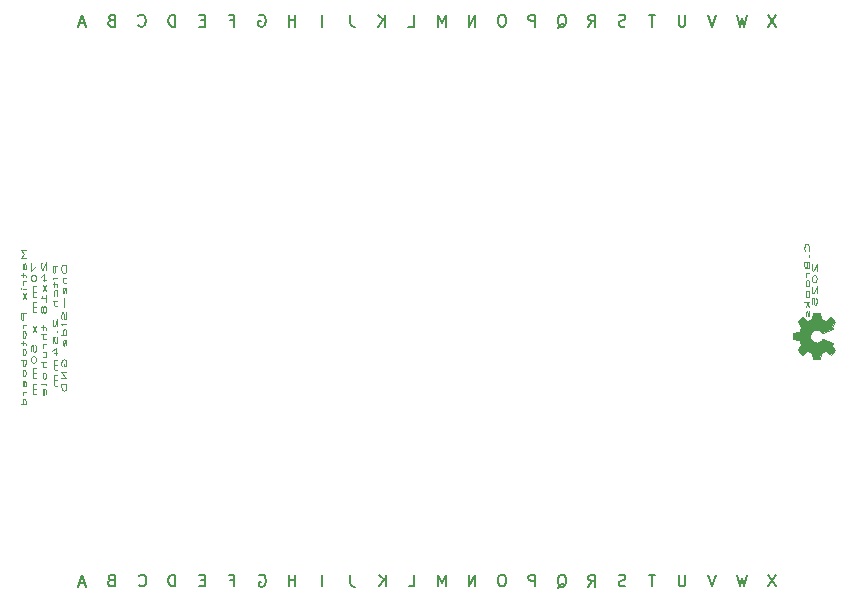
<source format=gbr>
G04 #@! TF.GenerationSoftware,KiCad,Pcbnew,9.0.1*
G04 #@! TF.CreationDate,2025-05-07T00:14:22-04:00*
G04 #@! TF.ProjectId,matrix-protoboard_18x24,6d617472-6978-42d7-9072-6f746f626f61,rev?*
G04 #@! TF.SameCoordinates,Original*
G04 #@! TF.FileFunction,Legend,Bot*
G04 #@! TF.FilePolarity,Positive*
%FSLAX46Y46*%
G04 Gerber Fmt 4.6, Leading zero omitted, Abs format (unit mm)*
G04 Created by KiCad (PCBNEW 9.0.1) date 2025-05-07 00:14:22*
%MOMM*%
%LPD*%
G01*
G04 APERTURE LIST*
%ADD10C,0.150000*%
%ADD11C,0.100000*%
%ADD12C,0.029494*%
%ADD13C,2.200000*%
%ADD14C,1.500000*%
%ADD15C,2.600000*%
G04 APERTURE END LIST*
D10*
X101785713Y-178469819D02*
X101785713Y-177469819D01*
X101785713Y-177946009D02*
X101214285Y-177946009D01*
X101214285Y-178469819D02*
X101214285Y-177469819D01*
X126590476Y-131074819D02*
X126923809Y-130598628D01*
X127161904Y-131074819D02*
X127161904Y-130074819D01*
X127161904Y-130074819D02*
X126780952Y-130074819D01*
X126780952Y-130074819D02*
X126685714Y-130122438D01*
X126685714Y-130122438D02*
X126638095Y-130170057D01*
X126638095Y-130170057D02*
X126590476Y-130265295D01*
X126590476Y-130265295D02*
X126590476Y-130408152D01*
X126590476Y-130408152D02*
X126638095Y-130503390D01*
X126638095Y-130503390D02*
X126685714Y-130551009D01*
X126685714Y-130551009D02*
X126780952Y-130598628D01*
X126780952Y-130598628D02*
X127161904Y-130598628D01*
D11*
X81979847Y-151474762D02*
X81979847Y-151665238D01*
X81979847Y-151665238D02*
X81998895Y-151760476D01*
X81998895Y-151760476D02*
X82036990Y-151855714D01*
X82036990Y-151855714D02*
X82113180Y-151903333D01*
X82113180Y-151903333D02*
X82246514Y-151903333D01*
X82246514Y-151903333D02*
X82322704Y-151855714D01*
X82322704Y-151855714D02*
X82360800Y-151760476D01*
X82360800Y-151760476D02*
X82379847Y-151665238D01*
X82379847Y-151665238D02*
X82379847Y-151474762D01*
X82379847Y-151474762D02*
X82360800Y-151379524D01*
X82360800Y-151379524D02*
X82322704Y-151284286D01*
X82322704Y-151284286D02*
X82246514Y-151236667D01*
X82246514Y-151236667D02*
X82113180Y-151236667D01*
X82113180Y-151236667D02*
X82036990Y-151284286D01*
X82036990Y-151284286D02*
X81998895Y-151379524D01*
X81998895Y-151379524D02*
X81979847Y-151474762D01*
X82113180Y-152331905D02*
X82379847Y-152331905D01*
X82151276Y-152331905D02*
X82132228Y-152379524D01*
X82132228Y-152379524D02*
X82113180Y-152474762D01*
X82113180Y-152474762D02*
X82113180Y-152617619D01*
X82113180Y-152617619D02*
X82132228Y-152712857D01*
X82132228Y-152712857D02*
X82170323Y-152760476D01*
X82170323Y-152760476D02*
X82379847Y-152760476D01*
X82360800Y-153617619D02*
X82379847Y-153522381D01*
X82379847Y-153522381D02*
X82379847Y-153331905D01*
X82379847Y-153331905D02*
X82360800Y-153236667D01*
X82360800Y-153236667D02*
X82322704Y-153189048D01*
X82322704Y-153189048D02*
X82170323Y-153189048D01*
X82170323Y-153189048D02*
X82132228Y-153236667D01*
X82132228Y-153236667D02*
X82113180Y-153331905D01*
X82113180Y-153331905D02*
X82113180Y-153522381D01*
X82113180Y-153522381D02*
X82132228Y-153617619D01*
X82132228Y-153617619D02*
X82170323Y-153665238D01*
X82170323Y-153665238D02*
X82208419Y-153665238D01*
X82208419Y-153665238D02*
X82246514Y-153189048D01*
X82227466Y-154093810D02*
X82227466Y-154855715D01*
X82360800Y-155284286D02*
X82379847Y-155427143D01*
X82379847Y-155427143D02*
X82379847Y-155665238D01*
X82379847Y-155665238D02*
X82360800Y-155760476D01*
X82360800Y-155760476D02*
X82341752Y-155808095D01*
X82341752Y-155808095D02*
X82303657Y-155855714D01*
X82303657Y-155855714D02*
X82265561Y-155855714D01*
X82265561Y-155855714D02*
X82227466Y-155808095D01*
X82227466Y-155808095D02*
X82208419Y-155760476D01*
X82208419Y-155760476D02*
X82189371Y-155665238D01*
X82189371Y-155665238D02*
X82170323Y-155474762D01*
X82170323Y-155474762D02*
X82151276Y-155379524D01*
X82151276Y-155379524D02*
X82132228Y-155331905D01*
X82132228Y-155331905D02*
X82094133Y-155284286D01*
X82094133Y-155284286D02*
X82056038Y-155284286D01*
X82056038Y-155284286D02*
X82017942Y-155331905D01*
X82017942Y-155331905D02*
X81998895Y-155379524D01*
X81998895Y-155379524D02*
X81979847Y-155474762D01*
X81979847Y-155474762D02*
X81979847Y-155712857D01*
X81979847Y-155712857D02*
X81998895Y-155855714D01*
X82379847Y-156284286D02*
X82113180Y-156284286D01*
X81979847Y-156284286D02*
X81998895Y-156236667D01*
X81998895Y-156236667D02*
X82017942Y-156284286D01*
X82017942Y-156284286D02*
X81998895Y-156331905D01*
X81998895Y-156331905D02*
X81979847Y-156284286D01*
X81979847Y-156284286D02*
X82017942Y-156284286D01*
X82379847Y-157189047D02*
X81979847Y-157189047D01*
X82360800Y-157189047D02*
X82379847Y-157093809D01*
X82379847Y-157093809D02*
X82379847Y-156903333D01*
X82379847Y-156903333D02*
X82360800Y-156808095D01*
X82360800Y-156808095D02*
X82341752Y-156760476D01*
X82341752Y-156760476D02*
X82303657Y-156712857D01*
X82303657Y-156712857D02*
X82189371Y-156712857D01*
X82189371Y-156712857D02*
X82151276Y-156760476D01*
X82151276Y-156760476D02*
X82132228Y-156808095D01*
X82132228Y-156808095D02*
X82113180Y-156903333D01*
X82113180Y-156903333D02*
X82113180Y-157093809D01*
X82113180Y-157093809D02*
X82132228Y-157189047D01*
X82360800Y-158046190D02*
X82379847Y-157950952D01*
X82379847Y-157950952D02*
X82379847Y-157760476D01*
X82379847Y-157760476D02*
X82360800Y-157665238D01*
X82360800Y-157665238D02*
X82322704Y-157617619D01*
X82322704Y-157617619D02*
X82170323Y-157617619D01*
X82170323Y-157617619D02*
X82132228Y-157665238D01*
X82132228Y-157665238D02*
X82113180Y-157760476D01*
X82113180Y-157760476D02*
X82113180Y-157950952D01*
X82113180Y-157950952D02*
X82132228Y-158046190D01*
X82132228Y-158046190D02*
X82170323Y-158093809D01*
X82170323Y-158093809D02*
X82208419Y-158093809D01*
X82208419Y-158093809D02*
X82246514Y-157617619D01*
X81998895Y-159808095D02*
X81979847Y-159712857D01*
X81979847Y-159712857D02*
X81979847Y-159570000D01*
X81979847Y-159570000D02*
X81998895Y-159427143D01*
X81998895Y-159427143D02*
X82036990Y-159331905D01*
X82036990Y-159331905D02*
X82075085Y-159284286D01*
X82075085Y-159284286D02*
X82151276Y-159236667D01*
X82151276Y-159236667D02*
X82208419Y-159236667D01*
X82208419Y-159236667D02*
X82284609Y-159284286D01*
X82284609Y-159284286D02*
X82322704Y-159331905D01*
X82322704Y-159331905D02*
X82360800Y-159427143D01*
X82360800Y-159427143D02*
X82379847Y-159570000D01*
X82379847Y-159570000D02*
X82379847Y-159665238D01*
X82379847Y-159665238D02*
X82360800Y-159808095D01*
X82360800Y-159808095D02*
X82341752Y-159855714D01*
X82341752Y-159855714D02*
X82208419Y-159855714D01*
X82208419Y-159855714D02*
X82208419Y-159665238D01*
X82379847Y-160284286D02*
X81979847Y-160284286D01*
X81979847Y-160284286D02*
X82379847Y-160855714D01*
X82379847Y-160855714D02*
X81979847Y-160855714D01*
X82379847Y-161331905D02*
X81979847Y-161331905D01*
X81979847Y-161331905D02*
X81979847Y-161570000D01*
X81979847Y-161570000D02*
X81998895Y-161712857D01*
X81998895Y-161712857D02*
X82036990Y-161808095D01*
X82036990Y-161808095D02*
X82075085Y-161855714D01*
X82075085Y-161855714D02*
X82151276Y-161903333D01*
X82151276Y-161903333D02*
X82208419Y-161903333D01*
X82208419Y-161903333D02*
X82284609Y-161855714D01*
X82284609Y-161855714D02*
X82322704Y-161808095D01*
X82322704Y-161808095D02*
X82360800Y-161712857D01*
X82360800Y-161712857D02*
X82379847Y-161570000D01*
X82379847Y-161570000D02*
X82379847Y-161331905D01*
D10*
X119375237Y-177469819D02*
X119184761Y-177469819D01*
X119184761Y-177469819D02*
X119089523Y-177517438D01*
X119089523Y-177517438D02*
X118994285Y-177612676D01*
X118994285Y-177612676D02*
X118946666Y-177803152D01*
X118946666Y-177803152D02*
X118946666Y-178136485D01*
X118946666Y-178136485D02*
X118994285Y-178326961D01*
X118994285Y-178326961D02*
X119089523Y-178422200D01*
X119089523Y-178422200D02*
X119184761Y-178469819D01*
X119184761Y-178469819D02*
X119375237Y-178469819D01*
X119375237Y-178469819D02*
X119470475Y-178422200D01*
X119470475Y-178422200D02*
X119565713Y-178326961D01*
X119565713Y-178326961D02*
X119613332Y-178136485D01*
X119613332Y-178136485D02*
X119613332Y-177803152D01*
X119613332Y-177803152D02*
X119565713Y-177612676D01*
X119565713Y-177612676D02*
X119470475Y-177517438D01*
X119470475Y-177517438D02*
X119375237Y-177469819D01*
X129725713Y-178422200D02*
X129582856Y-178469819D01*
X129582856Y-178469819D02*
X129344761Y-178469819D01*
X129344761Y-178469819D02*
X129249523Y-178422200D01*
X129249523Y-178422200D02*
X129201904Y-178374580D01*
X129201904Y-178374580D02*
X129154285Y-178279342D01*
X129154285Y-178279342D02*
X129154285Y-178184104D01*
X129154285Y-178184104D02*
X129201904Y-178088866D01*
X129201904Y-178088866D02*
X129249523Y-178041247D01*
X129249523Y-178041247D02*
X129344761Y-177993628D01*
X129344761Y-177993628D02*
X129535237Y-177946009D01*
X129535237Y-177946009D02*
X129630475Y-177898390D01*
X129630475Y-177898390D02*
X129678094Y-177850771D01*
X129678094Y-177850771D02*
X129725713Y-177755533D01*
X129725713Y-177755533D02*
X129725713Y-177660295D01*
X129725713Y-177660295D02*
X129678094Y-177565057D01*
X129678094Y-177565057D02*
X129630475Y-177517438D01*
X129630475Y-177517438D02*
X129535237Y-177469819D01*
X129535237Y-177469819D02*
X129297142Y-177469819D01*
X129297142Y-177469819D02*
X129154285Y-177517438D01*
X137393332Y-130074819D02*
X137059999Y-131074819D01*
X137059999Y-131074819D02*
X136726666Y-130074819D01*
X142473332Y-130074819D02*
X141806666Y-131074819D01*
X141806666Y-130074819D02*
X142473332Y-131074819D01*
X114533332Y-178469819D02*
X114533332Y-177469819D01*
X114533332Y-177469819D02*
X114199999Y-178184104D01*
X114199999Y-178184104D02*
X113866666Y-177469819D01*
X113866666Y-177469819D02*
X113866666Y-178469819D01*
X88545476Y-178374580D02*
X88593095Y-178422200D01*
X88593095Y-178422200D02*
X88735952Y-178469819D01*
X88735952Y-178469819D02*
X88831190Y-178469819D01*
X88831190Y-178469819D02*
X88974047Y-178422200D01*
X88974047Y-178422200D02*
X89069285Y-178326961D01*
X89069285Y-178326961D02*
X89116904Y-178231723D01*
X89116904Y-178231723D02*
X89164523Y-178041247D01*
X89164523Y-178041247D02*
X89164523Y-177898390D01*
X89164523Y-177898390D02*
X89116904Y-177707914D01*
X89116904Y-177707914D02*
X89069285Y-177612676D01*
X89069285Y-177612676D02*
X88974047Y-177517438D01*
X88974047Y-177517438D02*
X88831190Y-177469819D01*
X88831190Y-177469819D02*
X88735952Y-177469819D01*
X88735952Y-177469819D02*
X88593095Y-177517438D01*
X88593095Y-177517438D02*
X88545476Y-177565057D01*
X86188571Y-130551009D02*
X86045714Y-130598628D01*
X86045714Y-130598628D02*
X85998095Y-130646247D01*
X85998095Y-130646247D02*
X85950476Y-130741485D01*
X85950476Y-130741485D02*
X85950476Y-130884342D01*
X85950476Y-130884342D02*
X85998095Y-130979580D01*
X85998095Y-130979580D02*
X86045714Y-131027200D01*
X86045714Y-131027200D02*
X86140952Y-131074819D01*
X86140952Y-131074819D02*
X86521904Y-131074819D01*
X86521904Y-131074819D02*
X86521904Y-130074819D01*
X86521904Y-130074819D02*
X86188571Y-130074819D01*
X86188571Y-130074819D02*
X86093333Y-130122438D01*
X86093333Y-130122438D02*
X86045714Y-130170057D01*
X86045714Y-130170057D02*
X85998095Y-130265295D01*
X85998095Y-130265295D02*
X85998095Y-130360533D01*
X85998095Y-130360533D02*
X86045714Y-130455771D01*
X86045714Y-130455771D02*
X86093333Y-130503390D01*
X86093333Y-130503390D02*
X86188571Y-130551009D01*
X86188571Y-130551009D02*
X86521904Y-130551009D01*
X140028570Y-177469819D02*
X139790475Y-178469819D01*
X139790475Y-178469819D02*
X139599999Y-177755533D01*
X139599999Y-177755533D02*
X139409523Y-178469819D01*
X139409523Y-178469819D02*
X139171428Y-177469819D01*
X111370476Y-178469819D02*
X111846666Y-178469819D01*
X111846666Y-178469819D02*
X111846666Y-177469819D01*
X109416904Y-178469819D02*
X109416904Y-177469819D01*
X108845476Y-178469819D02*
X109274047Y-177898390D01*
X108845476Y-177469819D02*
X109416904Y-178041247D01*
D11*
X79409847Y-151084762D02*
X79409847Y-151751428D01*
X79409847Y-151751428D02*
X79809847Y-151322857D01*
X79409847Y-152322857D02*
X79409847Y-152418095D01*
X79409847Y-152418095D02*
X79428895Y-152513333D01*
X79428895Y-152513333D02*
X79447942Y-152560952D01*
X79447942Y-152560952D02*
X79486038Y-152608571D01*
X79486038Y-152608571D02*
X79562228Y-152656190D01*
X79562228Y-152656190D02*
X79657466Y-152656190D01*
X79657466Y-152656190D02*
X79733657Y-152608571D01*
X79733657Y-152608571D02*
X79771752Y-152560952D01*
X79771752Y-152560952D02*
X79790800Y-152513333D01*
X79790800Y-152513333D02*
X79809847Y-152418095D01*
X79809847Y-152418095D02*
X79809847Y-152322857D01*
X79809847Y-152322857D02*
X79790800Y-152227619D01*
X79790800Y-152227619D02*
X79771752Y-152180000D01*
X79771752Y-152180000D02*
X79733657Y-152132381D01*
X79733657Y-152132381D02*
X79657466Y-152084762D01*
X79657466Y-152084762D02*
X79562228Y-152084762D01*
X79562228Y-152084762D02*
X79486038Y-152132381D01*
X79486038Y-152132381D02*
X79447942Y-152180000D01*
X79447942Y-152180000D02*
X79428895Y-152227619D01*
X79428895Y-152227619D02*
X79409847Y-152322857D01*
X79809847Y-153084762D02*
X79543180Y-153084762D01*
X79581276Y-153084762D02*
X79562228Y-153132381D01*
X79562228Y-153132381D02*
X79543180Y-153227619D01*
X79543180Y-153227619D02*
X79543180Y-153370476D01*
X79543180Y-153370476D02*
X79562228Y-153465714D01*
X79562228Y-153465714D02*
X79600323Y-153513333D01*
X79600323Y-153513333D02*
X79809847Y-153513333D01*
X79600323Y-153513333D02*
X79562228Y-153560952D01*
X79562228Y-153560952D02*
X79543180Y-153656190D01*
X79543180Y-153656190D02*
X79543180Y-153799047D01*
X79543180Y-153799047D02*
X79562228Y-153894286D01*
X79562228Y-153894286D02*
X79600323Y-153941905D01*
X79600323Y-153941905D02*
X79809847Y-153941905D01*
X79809847Y-154418095D02*
X79543180Y-154418095D01*
X79581276Y-154418095D02*
X79562228Y-154465714D01*
X79562228Y-154465714D02*
X79543180Y-154560952D01*
X79543180Y-154560952D02*
X79543180Y-154703809D01*
X79543180Y-154703809D02*
X79562228Y-154799047D01*
X79562228Y-154799047D02*
X79600323Y-154846666D01*
X79600323Y-154846666D02*
X79809847Y-154846666D01*
X79600323Y-154846666D02*
X79562228Y-154894285D01*
X79562228Y-154894285D02*
X79543180Y-154989523D01*
X79543180Y-154989523D02*
X79543180Y-155132380D01*
X79543180Y-155132380D02*
X79562228Y-155227619D01*
X79562228Y-155227619D02*
X79600323Y-155275238D01*
X79600323Y-155275238D02*
X79809847Y-155275238D01*
X79809847Y-156418095D02*
X79543180Y-156941904D01*
X79543180Y-156418095D02*
X79809847Y-156941904D01*
X79409847Y-158560952D02*
X79409847Y-158084762D01*
X79409847Y-158084762D02*
X79600323Y-158037143D01*
X79600323Y-158037143D02*
X79581276Y-158084762D01*
X79581276Y-158084762D02*
X79562228Y-158180000D01*
X79562228Y-158180000D02*
X79562228Y-158418095D01*
X79562228Y-158418095D02*
X79581276Y-158513333D01*
X79581276Y-158513333D02*
X79600323Y-158560952D01*
X79600323Y-158560952D02*
X79638419Y-158608571D01*
X79638419Y-158608571D02*
X79733657Y-158608571D01*
X79733657Y-158608571D02*
X79771752Y-158560952D01*
X79771752Y-158560952D02*
X79790800Y-158513333D01*
X79790800Y-158513333D02*
X79809847Y-158418095D01*
X79809847Y-158418095D02*
X79809847Y-158180000D01*
X79809847Y-158180000D02*
X79790800Y-158084762D01*
X79790800Y-158084762D02*
X79771752Y-158037143D01*
X79409847Y-159227619D02*
X79409847Y-159322857D01*
X79409847Y-159322857D02*
X79428895Y-159418095D01*
X79428895Y-159418095D02*
X79447942Y-159465714D01*
X79447942Y-159465714D02*
X79486038Y-159513333D01*
X79486038Y-159513333D02*
X79562228Y-159560952D01*
X79562228Y-159560952D02*
X79657466Y-159560952D01*
X79657466Y-159560952D02*
X79733657Y-159513333D01*
X79733657Y-159513333D02*
X79771752Y-159465714D01*
X79771752Y-159465714D02*
X79790800Y-159418095D01*
X79790800Y-159418095D02*
X79809847Y-159322857D01*
X79809847Y-159322857D02*
X79809847Y-159227619D01*
X79809847Y-159227619D02*
X79790800Y-159132381D01*
X79790800Y-159132381D02*
X79771752Y-159084762D01*
X79771752Y-159084762D02*
X79733657Y-159037143D01*
X79733657Y-159037143D02*
X79657466Y-158989524D01*
X79657466Y-158989524D02*
X79562228Y-158989524D01*
X79562228Y-158989524D02*
X79486038Y-159037143D01*
X79486038Y-159037143D02*
X79447942Y-159084762D01*
X79447942Y-159084762D02*
X79428895Y-159132381D01*
X79428895Y-159132381D02*
X79409847Y-159227619D01*
X79809847Y-159989524D02*
X79543180Y-159989524D01*
X79581276Y-159989524D02*
X79562228Y-160037143D01*
X79562228Y-160037143D02*
X79543180Y-160132381D01*
X79543180Y-160132381D02*
X79543180Y-160275238D01*
X79543180Y-160275238D02*
X79562228Y-160370476D01*
X79562228Y-160370476D02*
X79600323Y-160418095D01*
X79600323Y-160418095D02*
X79809847Y-160418095D01*
X79600323Y-160418095D02*
X79562228Y-160465714D01*
X79562228Y-160465714D02*
X79543180Y-160560952D01*
X79543180Y-160560952D02*
X79543180Y-160703809D01*
X79543180Y-160703809D02*
X79562228Y-160799048D01*
X79562228Y-160799048D02*
X79600323Y-160846667D01*
X79600323Y-160846667D02*
X79809847Y-160846667D01*
X79809847Y-161322857D02*
X79543180Y-161322857D01*
X79581276Y-161322857D02*
X79562228Y-161370476D01*
X79562228Y-161370476D02*
X79543180Y-161465714D01*
X79543180Y-161465714D02*
X79543180Y-161608571D01*
X79543180Y-161608571D02*
X79562228Y-161703809D01*
X79562228Y-161703809D02*
X79600323Y-161751428D01*
X79600323Y-161751428D02*
X79809847Y-161751428D01*
X79600323Y-161751428D02*
X79562228Y-161799047D01*
X79562228Y-161799047D02*
X79543180Y-161894285D01*
X79543180Y-161894285D02*
X79543180Y-162037142D01*
X79543180Y-162037142D02*
X79562228Y-162132381D01*
X79562228Y-162132381D02*
X79600323Y-162180000D01*
X79600323Y-162180000D02*
X79809847Y-162180000D01*
D10*
X94094285Y-130551009D02*
X93760952Y-130551009D01*
X93618095Y-131074819D02*
X94094285Y-131074819D01*
X94094285Y-131074819D02*
X94094285Y-130074819D01*
X94094285Y-130074819D02*
X93618095Y-130074819D01*
X117025713Y-131074819D02*
X117025713Y-130074819D01*
X117025713Y-130074819D02*
X116454285Y-131074819D01*
X116454285Y-131074819D02*
X116454285Y-130074819D01*
X123979047Y-178590057D02*
X124074285Y-178542438D01*
X124074285Y-178542438D02*
X124169523Y-178447200D01*
X124169523Y-178447200D02*
X124312380Y-178304342D01*
X124312380Y-178304342D02*
X124407618Y-178256723D01*
X124407618Y-178256723D02*
X124502856Y-178256723D01*
X124455237Y-178494819D02*
X124550475Y-178447200D01*
X124550475Y-178447200D02*
X124645713Y-178351961D01*
X124645713Y-178351961D02*
X124693332Y-178161485D01*
X124693332Y-178161485D02*
X124693332Y-177828152D01*
X124693332Y-177828152D02*
X124645713Y-177637676D01*
X124645713Y-177637676D02*
X124550475Y-177542438D01*
X124550475Y-177542438D02*
X124455237Y-177494819D01*
X124455237Y-177494819D02*
X124264761Y-177494819D01*
X124264761Y-177494819D02*
X124169523Y-177542438D01*
X124169523Y-177542438D02*
X124074285Y-177637676D01*
X124074285Y-177637676D02*
X124026666Y-177828152D01*
X124026666Y-177828152D02*
X124026666Y-178161485D01*
X124026666Y-178161485D02*
X124074285Y-178351961D01*
X124074285Y-178351961D02*
X124169523Y-178447200D01*
X124169523Y-178447200D02*
X124264761Y-178494819D01*
X124264761Y-178494819D02*
X124455237Y-178494819D01*
X129725713Y-131027200D02*
X129582856Y-131074819D01*
X129582856Y-131074819D02*
X129344761Y-131074819D01*
X129344761Y-131074819D02*
X129249523Y-131027200D01*
X129249523Y-131027200D02*
X129201904Y-130979580D01*
X129201904Y-130979580D02*
X129154285Y-130884342D01*
X129154285Y-130884342D02*
X129154285Y-130789104D01*
X129154285Y-130789104D02*
X129201904Y-130693866D01*
X129201904Y-130693866D02*
X129249523Y-130646247D01*
X129249523Y-130646247D02*
X129344761Y-130598628D01*
X129344761Y-130598628D02*
X129535237Y-130551009D01*
X129535237Y-130551009D02*
X129630475Y-130503390D01*
X129630475Y-130503390D02*
X129678094Y-130455771D01*
X129678094Y-130455771D02*
X129725713Y-130360533D01*
X129725713Y-130360533D02*
X129725713Y-130265295D01*
X129725713Y-130265295D02*
X129678094Y-130170057D01*
X129678094Y-130170057D02*
X129630475Y-130122438D01*
X129630475Y-130122438D02*
X129535237Y-130074819D01*
X129535237Y-130074819D02*
X129297142Y-130074819D01*
X129297142Y-130074819D02*
X129154285Y-130122438D01*
X101785713Y-131074819D02*
X101785713Y-130074819D01*
X101785713Y-130551009D02*
X101214285Y-130551009D01*
X101214285Y-131074819D02*
X101214285Y-130074819D01*
X134805713Y-177469819D02*
X134805713Y-178279342D01*
X134805713Y-178279342D02*
X134758094Y-178374580D01*
X134758094Y-178374580D02*
X134710475Y-178422200D01*
X134710475Y-178422200D02*
X134615237Y-178469819D01*
X134615237Y-178469819D02*
X134424761Y-178469819D01*
X134424761Y-178469819D02*
X134329523Y-178422200D01*
X134329523Y-178422200D02*
X134281904Y-178374580D01*
X134281904Y-178374580D02*
X134234285Y-178279342D01*
X134234285Y-178279342D02*
X134234285Y-177469819D01*
D11*
X78949847Y-150026189D02*
X78549847Y-150026189D01*
X78549847Y-150026189D02*
X78835561Y-150359522D01*
X78835561Y-150359522D02*
X78549847Y-150692855D01*
X78549847Y-150692855D02*
X78949847Y-150692855D01*
X78949847Y-151597617D02*
X78740323Y-151597617D01*
X78740323Y-151597617D02*
X78702228Y-151549998D01*
X78702228Y-151549998D02*
X78683180Y-151454760D01*
X78683180Y-151454760D02*
X78683180Y-151264284D01*
X78683180Y-151264284D02*
X78702228Y-151169046D01*
X78930800Y-151597617D02*
X78949847Y-151502379D01*
X78949847Y-151502379D02*
X78949847Y-151264284D01*
X78949847Y-151264284D02*
X78930800Y-151169046D01*
X78930800Y-151169046D02*
X78892704Y-151121427D01*
X78892704Y-151121427D02*
X78854609Y-151121427D01*
X78854609Y-151121427D02*
X78816514Y-151169046D01*
X78816514Y-151169046D02*
X78797466Y-151264284D01*
X78797466Y-151264284D02*
X78797466Y-151502379D01*
X78797466Y-151502379D02*
X78778419Y-151597617D01*
X78683180Y-151930951D02*
X78683180Y-152311903D01*
X78549847Y-152073808D02*
X78892704Y-152073808D01*
X78892704Y-152073808D02*
X78930800Y-152121427D01*
X78930800Y-152121427D02*
X78949847Y-152216665D01*
X78949847Y-152216665D02*
X78949847Y-152311903D01*
X78949847Y-152645237D02*
X78683180Y-152645237D01*
X78759371Y-152645237D02*
X78721276Y-152692856D01*
X78721276Y-152692856D02*
X78702228Y-152740475D01*
X78702228Y-152740475D02*
X78683180Y-152835713D01*
X78683180Y-152835713D02*
X78683180Y-152930951D01*
X78949847Y-153264285D02*
X78683180Y-153264285D01*
X78549847Y-153264285D02*
X78568895Y-153216666D01*
X78568895Y-153216666D02*
X78587942Y-153264285D01*
X78587942Y-153264285D02*
X78568895Y-153311904D01*
X78568895Y-153311904D02*
X78549847Y-153264285D01*
X78549847Y-153264285D02*
X78587942Y-153264285D01*
X78949847Y-153645237D02*
X78683180Y-154169046D01*
X78683180Y-153645237D02*
X78949847Y-154169046D01*
X78949847Y-155311904D02*
X78549847Y-155311904D01*
X78549847Y-155311904D02*
X78549847Y-155692856D01*
X78549847Y-155692856D02*
X78568895Y-155788094D01*
X78568895Y-155788094D02*
X78587942Y-155835713D01*
X78587942Y-155835713D02*
X78626038Y-155883332D01*
X78626038Y-155883332D02*
X78683180Y-155883332D01*
X78683180Y-155883332D02*
X78721276Y-155835713D01*
X78721276Y-155835713D02*
X78740323Y-155788094D01*
X78740323Y-155788094D02*
X78759371Y-155692856D01*
X78759371Y-155692856D02*
X78759371Y-155311904D01*
X78949847Y-156311904D02*
X78683180Y-156311904D01*
X78759371Y-156311904D02*
X78721276Y-156359523D01*
X78721276Y-156359523D02*
X78702228Y-156407142D01*
X78702228Y-156407142D02*
X78683180Y-156502380D01*
X78683180Y-156502380D02*
X78683180Y-156597618D01*
X78949847Y-157073809D02*
X78930800Y-156978571D01*
X78930800Y-156978571D02*
X78911752Y-156930952D01*
X78911752Y-156930952D02*
X78873657Y-156883333D01*
X78873657Y-156883333D02*
X78759371Y-156883333D01*
X78759371Y-156883333D02*
X78721276Y-156930952D01*
X78721276Y-156930952D02*
X78702228Y-156978571D01*
X78702228Y-156978571D02*
X78683180Y-157073809D01*
X78683180Y-157073809D02*
X78683180Y-157216666D01*
X78683180Y-157216666D02*
X78702228Y-157311904D01*
X78702228Y-157311904D02*
X78721276Y-157359523D01*
X78721276Y-157359523D02*
X78759371Y-157407142D01*
X78759371Y-157407142D02*
X78873657Y-157407142D01*
X78873657Y-157407142D02*
X78911752Y-157359523D01*
X78911752Y-157359523D02*
X78930800Y-157311904D01*
X78930800Y-157311904D02*
X78949847Y-157216666D01*
X78949847Y-157216666D02*
X78949847Y-157073809D01*
X78683180Y-157692857D02*
X78683180Y-158073809D01*
X78549847Y-157835714D02*
X78892704Y-157835714D01*
X78892704Y-157835714D02*
X78930800Y-157883333D01*
X78930800Y-157883333D02*
X78949847Y-157978571D01*
X78949847Y-157978571D02*
X78949847Y-158073809D01*
X78949847Y-158550000D02*
X78930800Y-158454762D01*
X78930800Y-158454762D02*
X78911752Y-158407143D01*
X78911752Y-158407143D02*
X78873657Y-158359524D01*
X78873657Y-158359524D02*
X78759371Y-158359524D01*
X78759371Y-158359524D02*
X78721276Y-158407143D01*
X78721276Y-158407143D02*
X78702228Y-158454762D01*
X78702228Y-158454762D02*
X78683180Y-158550000D01*
X78683180Y-158550000D02*
X78683180Y-158692857D01*
X78683180Y-158692857D02*
X78702228Y-158788095D01*
X78702228Y-158788095D02*
X78721276Y-158835714D01*
X78721276Y-158835714D02*
X78759371Y-158883333D01*
X78759371Y-158883333D02*
X78873657Y-158883333D01*
X78873657Y-158883333D02*
X78911752Y-158835714D01*
X78911752Y-158835714D02*
X78930800Y-158788095D01*
X78930800Y-158788095D02*
X78949847Y-158692857D01*
X78949847Y-158692857D02*
X78949847Y-158550000D01*
X78949847Y-159311905D02*
X78549847Y-159311905D01*
X78702228Y-159311905D02*
X78683180Y-159407143D01*
X78683180Y-159407143D02*
X78683180Y-159597619D01*
X78683180Y-159597619D02*
X78702228Y-159692857D01*
X78702228Y-159692857D02*
X78721276Y-159740476D01*
X78721276Y-159740476D02*
X78759371Y-159788095D01*
X78759371Y-159788095D02*
X78873657Y-159788095D01*
X78873657Y-159788095D02*
X78911752Y-159740476D01*
X78911752Y-159740476D02*
X78930800Y-159692857D01*
X78930800Y-159692857D02*
X78949847Y-159597619D01*
X78949847Y-159597619D02*
X78949847Y-159407143D01*
X78949847Y-159407143D02*
X78930800Y-159311905D01*
X78949847Y-160359524D02*
X78930800Y-160264286D01*
X78930800Y-160264286D02*
X78911752Y-160216667D01*
X78911752Y-160216667D02*
X78873657Y-160169048D01*
X78873657Y-160169048D02*
X78759371Y-160169048D01*
X78759371Y-160169048D02*
X78721276Y-160216667D01*
X78721276Y-160216667D02*
X78702228Y-160264286D01*
X78702228Y-160264286D02*
X78683180Y-160359524D01*
X78683180Y-160359524D02*
X78683180Y-160502381D01*
X78683180Y-160502381D02*
X78702228Y-160597619D01*
X78702228Y-160597619D02*
X78721276Y-160645238D01*
X78721276Y-160645238D02*
X78759371Y-160692857D01*
X78759371Y-160692857D02*
X78873657Y-160692857D01*
X78873657Y-160692857D02*
X78911752Y-160645238D01*
X78911752Y-160645238D02*
X78930800Y-160597619D01*
X78930800Y-160597619D02*
X78949847Y-160502381D01*
X78949847Y-160502381D02*
X78949847Y-160359524D01*
X78949847Y-161550000D02*
X78740323Y-161550000D01*
X78740323Y-161550000D02*
X78702228Y-161502381D01*
X78702228Y-161502381D02*
X78683180Y-161407143D01*
X78683180Y-161407143D02*
X78683180Y-161216667D01*
X78683180Y-161216667D02*
X78702228Y-161121429D01*
X78930800Y-161550000D02*
X78949847Y-161454762D01*
X78949847Y-161454762D02*
X78949847Y-161216667D01*
X78949847Y-161216667D02*
X78930800Y-161121429D01*
X78930800Y-161121429D02*
X78892704Y-161073810D01*
X78892704Y-161073810D02*
X78854609Y-161073810D01*
X78854609Y-161073810D02*
X78816514Y-161121429D01*
X78816514Y-161121429D02*
X78797466Y-161216667D01*
X78797466Y-161216667D02*
X78797466Y-161454762D01*
X78797466Y-161454762D02*
X78778419Y-161550000D01*
X78949847Y-162026191D02*
X78683180Y-162026191D01*
X78759371Y-162026191D02*
X78721276Y-162073810D01*
X78721276Y-162073810D02*
X78702228Y-162121429D01*
X78702228Y-162121429D02*
X78683180Y-162216667D01*
X78683180Y-162216667D02*
X78683180Y-162311905D01*
X78949847Y-163073810D02*
X78549847Y-163073810D01*
X78930800Y-163073810D02*
X78949847Y-162978572D01*
X78949847Y-162978572D02*
X78949847Y-162788096D01*
X78949847Y-162788096D02*
X78930800Y-162692858D01*
X78930800Y-162692858D02*
X78911752Y-162645239D01*
X78911752Y-162645239D02*
X78873657Y-162597620D01*
X78873657Y-162597620D02*
X78759371Y-162597620D01*
X78759371Y-162597620D02*
X78721276Y-162645239D01*
X78721276Y-162645239D02*
X78702228Y-162692858D01*
X78702228Y-162692858D02*
X78683180Y-162788096D01*
X78683180Y-162788096D02*
X78683180Y-162978572D01*
X78683180Y-162978572D02*
X78702228Y-163073810D01*
D10*
X94094285Y-177946009D02*
X93760952Y-177946009D01*
X93618095Y-178469819D02*
X94094285Y-178469819D01*
X94094285Y-178469819D02*
X94094285Y-177469819D01*
X94094285Y-177469819D02*
X93618095Y-177469819D01*
X111350476Y-131074819D02*
X111826666Y-131074819D01*
X111826666Y-131074819D02*
X111826666Y-130074819D01*
X122091904Y-178469819D02*
X122091904Y-177469819D01*
X122091904Y-177469819D02*
X121710952Y-177469819D01*
X121710952Y-177469819D02*
X121615714Y-177517438D01*
X121615714Y-177517438D02*
X121568095Y-177565057D01*
X121568095Y-177565057D02*
X121520476Y-177660295D01*
X121520476Y-177660295D02*
X121520476Y-177803152D01*
X121520476Y-177803152D02*
X121568095Y-177898390D01*
X121568095Y-177898390D02*
X121615714Y-177946009D01*
X121615714Y-177946009D02*
X121710952Y-177993628D01*
X121710952Y-177993628D02*
X122091904Y-177993628D01*
X140028570Y-130074819D02*
X139790475Y-131074819D01*
X139790475Y-131074819D02*
X139599999Y-130360533D01*
X139599999Y-130360533D02*
X139409523Y-131074819D01*
X139409523Y-131074819D02*
X139171428Y-130074819D01*
X109381904Y-131074819D02*
X109381904Y-130074819D01*
X108810476Y-131074819D02*
X109239047Y-130503390D01*
X108810476Y-130074819D02*
X109381904Y-130646247D01*
X86183571Y-177946009D02*
X86040714Y-177993628D01*
X86040714Y-177993628D02*
X85993095Y-178041247D01*
X85993095Y-178041247D02*
X85945476Y-178136485D01*
X85945476Y-178136485D02*
X85945476Y-178279342D01*
X85945476Y-178279342D02*
X85993095Y-178374580D01*
X85993095Y-178374580D02*
X86040714Y-178422200D01*
X86040714Y-178422200D02*
X86135952Y-178469819D01*
X86135952Y-178469819D02*
X86516904Y-178469819D01*
X86516904Y-178469819D02*
X86516904Y-177469819D01*
X86516904Y-177469819D02*
X86183571Y-177469819D01*
X86183571Y-177469819D02*
X86088333Y-177517438D01*
X86088333Y-177517438D02*
X86040714Y-177565057D01*
X86040714Y-177565057D02*
X85993095Y-177660295D01*
X85993095Y-177660295D02*
X85993095Y-177755533D01*
X85993095Y-177755533D02*
X86040714Y-177850771D01*
X86040714Y-177850771D02*
X86088333Y-177898390D01*
X86088333Y-177898390D02*
X86183571Y-177946009D01*
X86183571Y-177946009D02*
X86516904Y-177946009D01*
X134805713Y-130074819D02*
X134805713Y-130884342D01*
X134805713Y-130884342D02*
X134758094Y-130979580D01*
X134758094Y-130979580D02*
X134710475Y-131027200D01*
X134710475Y-131027200D02*
X134615237Y-131074819D01*
X134615237Y-131074819D02*
X134424761Y-131074819D01*
X134424761Y-131074819D02*
X134329523Y-131027200D01*
X134329523Y-131027200D02*
X134281904Y-130979580D01*
X134281904Y-130979580D02*
X134234285Y-130884342D01*
X134234285Y-130884342D02*
X134234285Y-130074819D01*
X137393332Y-177469819D02*
X137059999Y-178469819D01*
X137059999Y-178469819D02*
X136726666Y-177469819D01*
X132265713Y-130074819D02*
X131694285Y-130074819D01*
X131979999Y-131074819D02*
X131979999Y-130074819D01*
X126595476Y-178494819D02*
X126928809Y-178018628D01*
X127166904Y-178494819D02*
X127166904Y-177494819D01*
X127166904Y-177494819D02*
X126785952Y-177494819D01*
X126785952Y-177494819D02*
X126690714Y-177542438D01*
X126690714Y-177542438D02*
X126643095Y-177590057D01*
X126643095Y-177590057D02*
X126595476Y-177685295D01*
X126595476Y-177685295D02*
X126595476Y-177828152D01*
X126595476Y-177828152D02*
X126643095Y-177923390D01*
X126643095Y-177923390D02*
X126690714Y-177971009D01*
X126690714Y-177971009D02*
X126785952Y-178018628D01*
X126785952Y-178018628D02*
X127166904Y-178018628D01*
X91601904Y-178469819D02*
X91601904Y-177469819D01*
X91601904Y-177469819D02*
X91363809Y-177469819D01*
X91363809Y-177469819D02*
X91220952Y-177517438D01*
X91220952Y-177517438D02*
X91125714Y-177612676D01*
X91125714Y-177612676D02*
X91078095Y-177707914D01*
X91078095Y-177707914D02*
X91030476Y-177898390D01*
X91030476Y-177898390D02*
X91030476Y-178041247D01*
X91030476Y-178041247D02*
X91078095Y-178231723D01*
X91078095Y-178231723D02*
X91125714Y-178326961D01*
X91125714Y-178326961D02*
X91220952Y-178422200D01*
X91220952Y-178422200D02*
X91363809Y-178469819D01*
X91363809Y-178469819D02*
X91601904Y-178469819D01*
X106437142Y-130074819D02*
X106437142Y-130789104D01*
X106437142Y-130789104D02*
X106484761Y-130931961D01*
X106484761Y-130931961D02*
X106579999Y-131027200D01*
X106579999Y-131027200D02*
X106722856Y-131074819D01*
X106722856Y-131074819D02*
X106818094Y-131074819D01*
X117015713Y-178469819D02*
X117015713Y-177469819D01*
X117015713Y-177469819D02*
X116444285Y-178469819D01*
X116444285Y-178469819D02*
X116444285Y-177469819D01*
X83958094Y-130789104D02*
X83481904Y-130789104D01*
X84053332Y-131074819D02*
X83719999Y-130074819D01*
X83719999Y-130074819D02*
X83386666Y-131074819D01*
X119375237Y-130074819D02*
X119184761Y-130074819D01*
X119184761Y-130074819D02*
X119089523Y-130122438D01*
X119089523Y-130122438D02*
X118994285Y-130217676D01*
X118994285Y-130217676D02*
X118946666Y-130408152D01*
X118946666Y-130408152D02*
X118946666Y-130741485D01*
X118946666Y-130741485D02*
X118994285Y-130931961D01*
X118994285Y-130931961D02*
X119089523Y-131027200D01*
X119089523Y-131027200D02*
X119184761Y-131074819D01*
X119184761Y-131074819D02*
X119375237Y-131074819D01*
X119375237Y-131074819D02*
X119470475Y-131027200D01*
X119470475Y-131027200D02*
X119565713Y-130931961D01*
X119565713Y-130931961D02*
X119613332Y-130741485D01*
X119613332Y-130741485D02*
X119613332Y-130408152D01*
X119613332Y-130408152D02*
X119565713Y-130217676D01*
X119565713Y-130217676D02*
X119470475Y-130122438D01*
X119470475Y-130122438D02*
X119375237Y-130074819D01*
X114533332Y-131074819D02*
X114533332Y-130074819D01*
X114533332Y-130074819D02*
X114199999Y-130789104D01*
X114199999Y-130789104D02*
X113866666Y-130074819D01*
X113866666Y-130074819D02*
X113866666Y-131074819D01*
X104039999Y-131074819D02*
X104039999Y-130074819D01*
X123979047Y-131170057D02*
X124074285Y-131122438D01*
X124074285Y-131122438D02*
X124169523Y-131027200D01*
X124169523Y-131027200D02*
X124312380Y-130884342D01*
X124312380Y-130884342D02*
X124407618Y-130836723D01*
X124407618Y-130836723D02*
X124502856Y-130836723D01*
X124455237Y-131074819D02*
X124550475Y-131027200D01*
X124550475Y-131027200D02*
X124645713Y-130931961D01*
X124645713Y-130931961D02*
X124693332Y-130741485D01*
X124693332Y-130741485D02*
X124693332Y-130408152D01*
X124693332Y-130408152D02*
X124645713Y-130217676D01*
X124645713Y-130217676D02*
X124550475Y-130122438D01*
X124550475Y-130122438D02*
X124455237Y-130074819D01*
X124455237Y-130074819D02*
X124264761Y-130074819D01*
X124264761Y-130074819D02*
X124169523Y-130122438D01*
X124169523Y-130122438D02*
X124074285Y-130217676D01*
X124074285Y-130217676D02*
X124026666Y-130408152D01*
X124026666Y-130408152D02*
X124026666Y-130741485D01*
X124026666Y-130741485D02*
X124074285Y-130931961D01*
X124074285Y-130931961D02*
X124169523Y-131027200D01*
X124169523Y-131027200D02*
X124264761Y-131074819D01*
X124264761Y-131074819D02*
X124455237Y-131074819D01*
X98718095Y-177542438D02*
X98813333Y-177494819D01*
X98813333Y-177494819D02*
X98956190Y-177494819D01*
X98956190Y-177494819D02*
X99099047Y-177542438D01*
X99099047Y-177542438D02*
X99194285Y-177637676D01*
X99194285Y-177637676D02*
X99241904Y-177732914D01*
X99241904Y-177732914D02*
X99289523Y-177923390D01*
X99289523Y-177923390D02*
X99289523Y-178066247D01*
X99289523Y-178066247D02*
X99241904Y-178256723D01*
X99241904Y-178256723D02*
X99194285Y-178351961D01*
X99194285Y-178351961D02*
X99099047Y-178447200D01*
X99099047Y-178447200D02*
X98956190Y-178494819D01*
X98956190Y-178494819D02*
X98860952Y-178494819D01*
X98860952Y-178494819D02*
X98718095Y-178447200D01*
X98718095Y-178447200D02*
X98670476Y-178399580D01*
X98670476Y-178399580D02*
X98670476Y-178066247D01*
X98670476Y-178066247D02*
X98860952Y-178066247D01*
X106437142Y-177494819D02*
X106437142Y-178209104D01*
X106437142Y-178209104D02*
X106484761Y-178351961D01*
X106484761Y-178351961D02*
X106579999Y-178447200D01*
X106579999Y-178447200D02*
X106722856Y-178494819D01*
X106722856Y-178494819D02*
X106818094Y-178494819D01*
X88490476Y-130979580D02*
X88538095Y-131027200D01*
X88538095Y-131027200D02*
X88680952Y-131074819D01*
X88680952Y-131074819D02*
X88776190Y-131074819D01*
X88776190Y-131074819D02*
X88919047Y-131027200D01*
X88919047Y-131027200D02*
X89014285Y-130931961D01*
X89014285Y-130931961D02*
X89061904Y-130836723D01*
X89061904Y-130836723D02*
X89109523Y-130646247D01*
X89109523Y-130646247D02*
X89109523Y-130503390D01*
X89109523Y-130503390D02*
X89061904Y-130312914D01*
X89061904Y-130312914D02*
X89014285Y-130217676D01*
X89014285Y-130217676D02*
X88919047Y-130122438D01*
X88919047Y-130122438D02*
X88776190Y-130074819D01*
X88776190Y-130074819D02*
X88680952Y-130074819D01*
X88680952Y-130074819D02*
X88538095Y-130122438D01*
X88538095Y-130122438D02*
X88490476Y-130170057D01*
X104039999Y-178469819D02*
X104039999Y-177469819D01*
D11*
X145239763Y-150076666D02*
X145258811Y-150029047D01*
X145258811Y-150029047D02*
X145277858Y-149886190D01*
X145277858Y-149886190D02*
X145277858Y-149790952D01*
X145277858Y-149790952D02*
X145258811Y-149648095D01*
X145258811Y-149648095D02*
X145220715Y-149552857D01*
X145220715Y-149552857D02*
X145182620Y-149505238D01*
X145182620Y-149505238D02*
X145106430Y-149457619D01*
X145106430Y-149457619D02*
X145049287Y-149457619D01*
X145049287Y-149457619D02*
X144973096Y-149505238D01*
X144973096Y-149505238D02*
X144935001Y-149552857D01*
X144935001Y-149552857D02*
X144896906Y-149648095D01*
X144896906Y-149648095D02*
X144877858Y-149790952D01*
X144877858Y-149790952D02*
X144877858Y-149886190D01*
X144877858Y-149886190D02*
X144896906Y-150029047D01*
X144896906Y-150029047D02*
X144915953Y-150076666D01*
X145239763Y-150505238D02*
X145258811Y-150552857D01*
X145258811Y-150552857D02*
X145277858Y-150505238D01*
X145277858Y-150505238D02*
X145258811Y-150457619D01*
X145258811Y-150457619D02*
X145239763Y-150505238D01*
X145239763Y-150505238D02*
X145277858Y-150505238D01*
X145068334Y-151314761D02*
X145087382Y-151457618D01*
X145087382Y-151457618D02*
X145106430Y-151505237D01*
X145106430Y-151505237D02*
X145144525Y-151552856D01*
X145144525Y-151552856D02*
X145201668Y-151552856D01*
X145201668Y-151552856D02*
X145239763Y-151505237D01*
X145239763Y-151505237D02*
X145258811Y-151457618D01*
X145258811Y-151457618D02*
X145277858Y-151362380D01*
X145277858Y-151362380D02*
X145277858Y-150981428D01*
X145277858Y-150981428D02*
X144877858Y-150981428D01*
X144877858Y-150981428D02*
X144877858Y-151314761D01*
X144877858Y-151314761D02*
X144896906Y-151409999D01*
X144896906Y-151409999D02*
X144915953Y-151457618D01*
X144915953Y-151457618D02*
X144954049Y-151505237D01*
X144954049Y-151505237D02*
X144992144Y-151505237D01*
X144992144Y-151505237D02*
X145030239Y-151457618D01*
X145030239Y-151457618D02*
X145049287Y-151409999D01*
X145049287Y-151409999D02*
X145068334Y-151314761D01*
X145068334Y-151314761D02*
X145068334Y-150981428D01*
X145277858Y-151981428D02*
X145011191Y-151981428D01*
X145087382Y-151981428D02*
X145049287Y-152029047D01*
X145049287Y-152029047D02*
X145030239Y-152076666D01*
X145030239Y-152076666D02*
X145011191Y-152171904D01*
X145011191Y-152171904D02*
X145011191Y-152267142D01*
X145277858Y-152743333D02*
X145258811Y-152648095D01*
X145258811Y-152648095D02*
X145239763Y-152600476D01*
X145239763Y-152600476D02*
X145201668Y-152552857D01*
X145201668Y-152552857D02*
X145087382Y-152552857D01*
X145087382Y-152552857D02*
X145049287Y-152600476D01*
X145049287Y-152600476D02*
X145030239Y-152648095D01*
X145030239Y-152648095D02*
X145011191Y-152743333D01*
X145011191Y-152743333D02*
X145011191Y-152886190D01*
X145011191Y-152886190D02*
X145030239Y-152981428D01*
X145030239Y-152981428D02*
X145049287Y-153029047D01*
X145049287Y-153029047D02*
X145087382Y-153076666D01*
X145087382Y-153076666D02*
X145201668Y-153076666D01*
X145201668Y-153076666D02*
X145239763Y-153029047D01*
X145239763Y-153029047D02*
X145258811Y-152981428D01*
X145258811Y-152981428D02*
X145277858Y-152886190D01*
X145277858Y-152886190D02*
X145277858Y-152743333D01*
X145277858Y-153648095D02*
X145258811Y-153552857D01*
X145258811Y-153552857D02*
X145239763Y-153505238D01*
X145239763Y-153505238D02*
X145201668Y-153457619D01*
X145201668Y-153457619D02*
X145087382Y-153457619D01*
X145087382Y-153457619D02*
X145049287Y-153505238D01*
X145049287Y-153505238D02*
X145030239Y-153552857D01*
X145030239Y-153552857D02*
X145011191Y-153648095D01*
X145011191Y-153648095D02*
X145011191Y-153790952D01*
X145011191Y-153790952D02*
X145030239Y-153886190D01*
X145030239Y-153886190D02*
X145049287Y-153933809D01*
X145049287Y-153933809D02*
X145087382Y-153981428D01*
X145087382Y-153981428D02*
X145201668Y-153981428D01*
X145201668Y-153981428D02*
X145239763Y-153933809D01*
X145239763Y-153933809D02*
X145258811Y-153886190D01*
X145258811Y-153886190D02*
X145277858Y-153790952D01*
X145277858Y-153790952D02*
X145277858Y-153648095D01*
X145277858Y-154410000D02*
X144877858Y-154410000D01*
X145125477Y-154505238D02*
X145277858Y-154790952D01*
X145011191Y-154790952D02*
X145163572Y-154410000D01*
X145258811Y-155171905D02*
X145277858Y-155267143D01*
X145277858Y-155267143D02*
X145277858Y-155457619D01*
X145277858Y-155457619D02*
X145258811Y-155552857D01*
X145258811Y-155552857D02*
X145220715Y-155600476D01*
X145220715Y-155600476D02*
X145201668Y-155600476D01*
X145201668Y-155600476D02*
X145163572Y-155552857D01*
X145163572Y-155552857D02*
X145144525Y-155457619D01*
X145144525Y-155457619D02*
X145144525Y-155314762D01*
X145144525Y-155314762D02*
X145125477Y-155219524D01*
X145125477Y-155219524D02*
X145087382Y-155171905D01*
X145087382Y-155171905D02*
X145068334Y-155171905D01*
X145068334Y-155171905D02*
X145030239Y-155219524D01*
X145030239Y-155219524D02*
X145011191Y-155314762D01*
X145011191Y-155314762D02*
X145011191Y-155457619D01*
X145011191Y-155457619D02*
X145030239Y-155552857D01*
X145559931Y-151195714D02*
X145540884Y-151243333D01*
X145540884Y-151243333D02*
X145521836Y-151338571D01*
X145521836Y-151338571D02*
X145521836Y-151576666D01*
X145521836Y-151576666D02*
X145540884Y-151671904D01*
X145540884Y-151671904D02*
X145559931Y-151719523D01*
X145559931Y-151719523D02*
X145598027Y-151767142D01*
X145598027Y-151767142D02*
X145636122Y-151767142D01*
X145636122Y-151767142D02*
X145693265Y-151719523D01*
X145693265Y-151719523D02*
X145921836Y-151148095D01*
X145921836Y-151148095D02*
X145921836Y-151767142D01*
X145521836Y-152386190D02*
X145521836Y-152481428D01*
X145521836Y-152481428D02*
X145540884Y-152576666D01*
X145540884Y-152576666D02*
X145559931Y-152624285D01*
X145559931Y-152624285D02*
X145598027Y-152671904D01*
X145598027Y-152671904D02*
X145674217Y-152719523D01*
X145674217Y-152719523D02*
X145769455Y-152719523D01*
X145769455Y-152719523D02*
X145845646Y-152671904D01*
X145845646Y-152671904D02*
X145883741Y-152624285D01*
X145883741Y-152624285D02*
X145902789Y-152576666D01*
X145902789Y-152576666D02*
X145921836Y-152481428D01*
X145921836Y-152481428D02*
X145921836Y-152386190D01*
X145921836Y-152386190D02*
X145902789Y-152290952D01*
X145902789Y-152290952D02*
X145883741Y-152243333D01*
X145883741Y-152243333D02*
X145845646Y-152195714D01*
X145845646Y-152195714D02*
X145769455Y-152148095D01*
X145769455Y-152148095D02*
X145674217Y-152148095D01*
X145674217Y-152148095D02*
X145598027Y-152195714D01*
X145598027Y-152195714D02*
X145559931Y-152243333D01*
X145559931Y-152243333D02*
X145540884Y-152290952D01*
X145540884Y-152290952D02*
X145521836Y-152386190D01*
X145559931Y-153100476D02*
X145540884Y-153148095D01*
X145540884Y-153148095D02*
X145521836Y-153243333D01*
X145521836Y-153243333D02*
X145521836Y-153481428D01*
X145521836Y-153481428D02*
X145540884Y-153576666D01*
X145540884Y-153576666D02*
X145559931Y-153624285D01*
X145559931Y-153624285D02*
X145598027Y-153671904D01*
X145598027Y-153671904D02*
X145636122Y-153671904D01*
X145636122Y-153671904D02*
X145693265Y-153624285D01*
X145693265Y-153624285D02*
X145921836Y-153052857D01*
X145921836Y-153052857D02*
X145921836Y-153671904D01*
X145521836Y-154576666D02*
X145521836Y-154100476D01*
X145521836Y-154100476D02*
X145712312Y-154052857D01*
X145712312Y-154052857D02*
X145693265Y-154100476D01*
X145693265Y-154100476D02*
X145674217Y-154195714D01*
X145674217Y-154195714D02*
X145674217Y-154433809D01*
X145674217Y-154433809D02*
X145693265Y-154529047D01*
X145693265Y-154529047D02*
X145712312Y-154576666D01*
X145712312Y-154576666D02*
X145750408Y-154624285D01*
X145750408Y-154624285D02*
X145845646Y-154624285D01*
X145845646Y-154624285D02*
X145883741Y-154576666D01*
X145883741Y-154576666D02*
X145902789Y-154529047D01*
X145902789Y-154529047D02*
X145921836Y-154433809D01*
X145921836Y-154433809D02*
X145921836Y-154195714D01*
X145921836Y-154195714D02*
X145902789Y-154100476D01*
X145902789Y-154100476D02*
X145883741Y-154052857D01*
X81629847Y-151372381D02*
X81229847Y-151372381D01*
X81229847Y-151372381D02*
X81229847Y-151753333D01*
X81229847Y-151753333D02*
X81248895Y-151848571D01*
X81248895Y-151848571D02*
X81267942Y-151896190D01*
X81267942Y-151896190D02*
X81306038Y-151943809D01*
X81306038Y-151943809D02*
X81363180Y-151943809D01*
X81363180Y-151943809D02*
X81401276Y-151896190D01*
X81401276Y-151896190D02*
X81420323Y-151848571D01*
X81420323Y-151848571D02*
X81439371Y-151753333D01*
X81439371Y-151753333D02*
X81439371Y-151372381D01*
X81629847Y-152372381D02*
X81363180Y-152372381D01*
X81229847Y-152372381D02*
X81248895Y-152324762D01*
X81248895Y-152324762D02*
X81267942Y-152372381D01*
X81267942Y-152372381D02*
X81248895Y-152420000D01*
X81248895Y-152420000D02*
X81229847Y-152372381D01*
X81229847Y-152372381D02*
X81267942Y-152372381D01*
X81363180Y-152705714D02*
X81363180Y-153086666D01*
X81229847Y-152848571D02*
X81572704Y-152848571D01*
X81572704Y-152848571D02*
X81610800Y-152896190D01*
X81610800Y-152896190D02*
X81629847Y-152991428D01*
X81629847Y-152991428D02*
X81629847Y-153086666D01*
X81610800Y-153848571D02*
X81629847Y-153753333D01*
X81629847Y-153753333D02*
X81629847Y-153562857D01*
X81629847Y-153562857D02*
X81610800Y-153467619D01*
X81610800Y-153467619D02*
X81591752Y-153420000D01*
X81591752Y-153420000D02*
X81553657Y-153372381D01*
X81553657Y-153372381D02*
X81439371Y-153372381D01*
X81439371Y-153372381D02*
X81401276Y-153420000D01*
X81401276Y-153420000D02*
X81382228Y-153467619D01*
X81382228Y-153467619D02*
X81363180Y-153562857D01*
X81363180Y-153562857D02*
X81363180Y-153753333D01*
X81363180Y-153753333D02*
X81382228Y-153848571D01*
X81629847Y-154277143D02*
X81229847Y-154277143D01*
X81629847Y-154705714D02*
X81420323Y-154705714D01*
X81420323Y-154705714D02*
X81382228Y-154658095D01*
X81382228Y-154658095D02*
X81363180Y-154562857D01*
X81363180Y-154562857D02*
X81363180Y-154420000D01*
X81363180Y-154420000D02*
X81382228Y-154324762D01*
X81382228Y-154324762D02*
X81401276Y-154277143D01*
X81267942Y-155896191D02*
X81248895Y-155943810D01*
X81248895Y-155943810D02*
X81229847Y-156039048D01*
X81229847Y-156039048D02*
X81229847Y-156277143D01*
X81229847Y-156277143D02*
X81248895Y-156372381D01*
X81248895Y-156372381D02*
X81267942Y-156420000D01*
X81267942Y-156420000D02*
X81306038Y-156467619D01*
X81306038Y-156467619D02*
X81344133Y-156467619D01*
X81344133Y-156467619D02*
X81401276Y-156420000D01*
X81401276Y-156420000D02*
X81629847Y-155848572D01*
X81629847Y-155848572D02*
X81629847Y-156467619D01*
X81591752Y-156896191D02*
X81610800Y-156943810D01*
X81610800Y-156943810D02*
X81629847Y-156896191D01*
X81629847Y-156896191D02*
X81610800Y-156848572D01*
X81610800Y-156848572D02*
X81591752Y-156896191D01*
X81591752Y-156896191D02*
X81629847Y-156896191D01*
X81229847Y-157848571D02*
X81229847Y-157372381D01*
X81229847Y-157372381D02*
X81420323Y-157324762D01*
X81420323Y-157324762D02*
X81401276Y-157372381D01*
X81401276Y-157372381D02*
X81382228Y-157467619D01*
X81382228Y-157467619D02*
X81382228Y-157705714D01*
X81382228Y-157705714D02*
X81401276Y-157800952D01*
X81401276Y-157800952D02*
X81420323Y-157848571D01*
X81420323Y-157848571D02*
X81458419Y-157896190D01*
X81458419Y-157896190D02*
X81553657Y-157896190D01*
X81553657Y-157896190D02*
X81591752Y-157848571D01*
X81591752Y-157848571D02*
X81610800Y-157800952D01*
X81610800Y-157800952D02*
X81629847Y-157705714D01*
X81629847Y-157705714D02*
X81629847Y-157467619D01*
X81629847Y-157467619D02*
X81610800Y-157372381D01*
X81610800Y-157372381D02*
X81591752Y-157324762D01*
X81363180Y-158753333D02*
X81629847Y-158753333D01*
X81210800Y-158515238D02*
X81496514Y-158277143D01*
X81496514Y-158277143D02*
X81496514Y-158896190D01*
X81629847Y-159277143D02*
X81363180Y-159277143D01*
X81401276Y-159277143D02*
X81382228Y-159324762D01*
X81382228Y-159324762D02*
X81363180Y-159420000D01*
X81363180Y-159420000D02*
X81363180Y-159562857D01*
X81363180Y-159562857D02*
X81382228Y-159658095D01*
X81382228Y-159658095D02*
X81420323Y-159705714D01*
X81420323Y-159705714D02*
X81629847Y-159705714D01*
X81420323Y-159705714D02*
X81382228Y-159753333D01*
X81382228Y-159753333D02*
X81363180Y-159848571D01*
X81363180Y-159848571D02*
X81363180Y-159991428D01*
X81363180Y-159991428D02*
X81382228Y-160086667D01*
X81382228Y-160086667D02*
X81420323Y-160134286D01*
X81420323Y-160134286D02*
X81629847Y-160134286D01*
X81629847Y-160610476D02*
X81363180Y-160610476D01*
X81401276Y-160610476D02*
X81382228Y-160658095D01*
X81382228Y-160658095D02*
X81363180Y-160753333D01*
X81363180Y-160753333D02*
X81363180Y-160896190D01*
X81363180Y-160896190D02*
X81382228Y-160991428D01*
X81382228Y-160991428D02*
X81420323Y-161039047D01*
X81420323Y-161039047D02*
X81629847Y-161039047D01*
X81420323Y-161039047D02*
X81382228Y-161086666D01*
X81382228Y-161086666D02*
X81363180Y-161181904D01*
X81363180Y-161181904D02*
X81363180Y-161324761D01*
X81363180Y-161324761D02*
X81382228Y-161420000D01*
X81382228Y-161420000D02*
X81420323Y-161467619D01*
X81420323Y-161467619D02*
X81629847Y-161467619D01*
D10*
X122081904Y-131074819D02*
X122081904Y-130074819D01*
X122081904Y-130074819D02*
X121700952Y-130074819D01*
X121700952Y-130074819D02*
X121605714Y-130122438D01*
X121605714Y-130122438D02*
X121558095Y-130170057D01*
X121558095Y-130170057D02*
X121510476Y-130265295D01*
X121510476Y-130265295D02*
X121510476Y-130408152D01*
X121510476Y-130408152D02*
X121558095Y-130503390D01*
X121558095Y-130503390D02*
X121605714Y-130551009D01*
X121605714Y-130551009D02*
X121700952Y-130598628D01*
X121700952Y-130598628D02*
X122081904Y-130598628D01*
X83968094Y-178209104D02*
X83491904Y-178209104D01*
X84063332Y-178494819D02*
X83729999Y-177494819D01*
X83729999Y-177494819D02*
X83396666Y-178494819D01*
D11*
X80297942Y-151084761D02*
X80278895Y-151132380D01*
X80278895Y-151132380D02*
X80259847Y-151227618D01*
X80259847Y-151227618D02*
X80259847Y-151465713D01*
X80259847Y-151465713D02*
X80278895Y-151560951D01*
X80278895Y-151560951D02*
X80297942Y-151608570D01*
X80297942Y-151608570D02*
X80336038Y-151656189D01*
X80336038Y-151656189D02*
X80374133Y-151656189D01*
X80374133Y-151656189D02*
X80431276Y-151608570D01*
X80431276Y-151608570D02*
X80659847Y-151037142D01*
X80659847Y-151037142D02*
X80659847Y-151656189D01*
X80393180Y-152513332D02*
X80659847Y-152513332D01*
X80240800Y-152275237D02*
X80526514Y-152037142D01*
X80526514Y-152037142D02*
X80526514Y-152656189D01*
X80659847Y-152941904D02*
X80393180Y-153465713D01*
X80393180Y-152941904D02*
X80659847Y-153465713D01*
X80659847Y-154370475D02*
X80659847Y-153799047D01*
X80659847Y-154084761D02*
X80259847Y-154084761D01*
X80259847Y-154084761D02*
X80316990Y-153989523D01*
X80316990Y-153989523D02*
X80355085Y-153894285D01*
X80355085Y-153894285D02*
X80374133Y-153799047D01*
X80431276Y-154941904D02*
X80412228Y-154846666D01*
X80412228Y-154846666D02*
X80393180Y-154799047D01*
X80393180Y-154799047D02*
X80355085Y-154751428D01*
X80355085Y-154751428D02*
X80336038Y-154751428D01*
X80336038Y-154751428D02*
X80297942Y-154799047D01*
X80297942Y-154799047D02*
X80278895Y-154846666D01*
X80278895Y-154846666D02*
X80259847Y-154941904D01*
X80259847Y-154941904D02*
X80259847Y-155132380D01*
X80259847Y-155132380D02*
X80278895Y-155227618D01*
X80278895Y-155227618D02*
X80297942Y-155275237D01*
X80297942Y-155275237D02*
X80336038Y-155322856D01*
X80336038Y-155322856D02*
X80355085Y-155322856D01*
X80355085Y-155322856D02*
X80393180Y-155275237D01*
X80393180Y-155275237D02*
X80412228Y-155227618D01*
X80412228Y-155227618D02*
X80431276Y-155132380D01*
X80431276Y-155132380D02*
X80431276Y-154941904D01*
X80431276Y-154941904D02*
X80450323Y-154846666D01*
X80450323Y-154846666D02*
X80469371Y-154799047D01*
X80469371Y-154799047D02*
X80507466Y-154751428D01*
X80507466Y-154751428D02*
X80583657Y-154751428D01*
X80583657Y-154751428D02*
X80621752Y-154799047D01*
X80621752Y-154799047D02*
X80640800Y-154846666D01*
X80640800Y-154846666D02*
X80659847Y-154941904D01*
X80659847Y-154941904D02*
X80659847Y-155132380D01*
X80659847Y-155132380D02*
X80640800Y-155227618D01*
X80640800Y-155227618D02*
X80621752Y-155275237D01*
X80621752Y-155275237D02*
X80583657Y-155322856D01*
X80583657Y-155322856D02*
X80507466Y-155322856D01*
X80507466Y-155322856D02*
X80469371Y-155275237D01*
X80469371Y-155275237D02*
X80450323Y-155227618D01*
X80450323Y-155227618D02*
X80431276Y-155132380D01*
X80393180Y-156370476D02*
X80393180Y-156751428D01*
X80259847Y-156513333D02*
X80602704Y-156513333D01*
X80602704Y-156513333D02*
X80640800Y-156560952D01*
X80640800Y-156560952D02*
X80659847Y-156656190D01*
X80659847Y-156656190D02*
X80659847Y-156751428D01*
X80659847Y-157084762D02*
X80259847Y-157084762D01*
X80659847Y-157513333D02*
X80450323Y-157513333D01*
X80450323Y-157513333D02*
X80412228Y-157465714D01*
X80412228Y-157465714D02*
X80393180Y-157370476D01*
X80393180Y-157370476D02*
X80393180Y-157227619D01*
X80393180Y-157227619D02*
X80412228Y-157132381D01*
X80412228Y-157132381D02*
X80431276Y-157084762D01*
X80659847Y-157989524D02*
X80393180Y-157989524D01*
X80469371Y-157989524D02*
X80431276Y-158037143D01*
X80431276Y-158037143D02*
X80412228Y-158084762D01*
X80412228Y-158084762D02*
X80393180Y-158180000D01*
X80393180Y-158180000D02*
X80393180Y-158275238D01*
X80393180Y-159037143D02*
X80659847Y-159037143D01*
X80393180Y-158608572D02*
X80602704Y-158608572D01*
X80602704Y-158608572D02*
X80640800Y-158656191D01*
X80640800Y-158656191D02*
X80659847Y-158751429D01*
X80659847Y-158751429D02*
X80659847Y-158894286D01*
X80659847Y-158894286D02*
X80640800Y-158989524D01*
X80640800Y-158989524D02*
X80621752Y-159037143D01*
X80659847Y-159513334D02*
X80259847Y-159513334D01*
X80659847Y-159941905D02*
X80450323Y-159941905D01*
X80450323Y-159941905D02*
X80412228Y-159894286D01*
X80412228Y-159894286D02*
X80393180Y-159799048D01*
X80393180Y-159799048D02*
X80393180Y-159656191D01*
X80393180Y-159656191D02*
X80412228Y-159560953D01*
X80412228Y-159560953D02*
X80431276Y-159513334D01*
X80659847Y-160560953D02*
X80640800Y-160465715D01*
X80640800Y-160465715D02*
X80621752Y-160418096D01*
X80621752Y-160418096D02*
X80583657Y-160370477D01*
X80583657Y-160370477D02*
X80469371Y-160370477D01*
X80469371Y-160370477D02*
X80431276Y-160418096D01*
X80431276Y-160418096D02*
X80412228Y-160465715D01*
X80412228Y-160465715D02*
X80393180Y-160560953D01*
X80393180Y-160560953D02*
X80393180Y-160703810D01*
X80393180Y-160703810D02*
X80412228Y-160799048D01*
X80412228Y-160799048D02*
X80431276Y-160846667D01*
X80431276Y-160846667D02*
X80469371Y-160894286D01*
X80469371Y-160894286D02*
X80583657Y-160894286D01*
X80583657Y-160894286D02*
X80621752Y-160846667D01*
X80621752Y-160846667D02*
X80640800Y-160799048D01*
X80640800Y-160799048D02*
X80659847Y-160703810D01*
X80659847Y-160703810D02*
X80659847Y-160560953D01*
X80659847Y-161465715D02*
X80640800Y-161370477D01*
X80640800Y-161370477D02*
X80602704Y-161322858D01*
X80602704Y-161322858D02*
X80259847Y-161322858D01*
X80640800Y-162227620D02*
X80659847Y-162132382D01*
X80659847Y-162132382D02*
X80659847Y-161941906D01*
X80659847Y-161941906D02*
X80640800Y-161846668D01*
X80640800Y-161846668D02*
X80602704Y-161799049D01*
X80602704Y-161799049D02*
X80450323Y-161799049D01*
X80450323Y-161799049D02*
X80412228Y-161846668D01*
X80412228Y-161846668D02*
X80393180Y-161941906D01*
X80393180Y-161941906D02*
X80393180Y-162132382D01*
X80393180Y-162132382D02*
X80412228Y-162227620D01*
X80412228Y-162227620D02*
X80450323Y-162275239D01*
X80450323Y-162275239D02*
X80488419Y-162275239D01*
X80488419Y-162275239D02*
X80526514Y-161799049D01*
D10*
X142473332Y-177469819D02*
X141806666Y-178469819D01*
X141806666Y-177469819D02*
X142473332Y-178469819D01*
X96277142Y-177946009D02*
X96610475Y-177946009D01*
X96610475Y-178469819D02*
X96610475Y-177469819D01*
X96610475Y-177469819D02*
X96134285Y-177469819D01*
X91601904Y-131074819D02*
X91601904Y-130074819D01*
X91601904Y-130074819D02*
X91363809Y-130074819D01*
X91363809Y-130074819D02*
X91220952Y-130122438D01*
X91220952Y-130122438D02*
X91125714Y-130217676D01*
X91125714Y-130217676D02*
X91078095Y-130312914D01*
X91078095Y-130312914D02*
X91030476Y-130503390D01*
X91030476Y-130503390D02*
X91030476Y-130646247D01*
X91030476Y-130646247D02*
X91078095Y-130836723D01*
X91078095Y-130836723D02*
X91125714Y-130931961D01*
X91125714Y-130931961D02*
X91220952Y-131027200D01*
X91220952Y-131027200D02*
X91363809Y-131074819D01*
X91363809Y-131074819D02*
X91601904Y-131074819D01*
X96277142Y-130551009D02*
X96610475Y-130551009D01*
X96610475Y-131074819D02*
X96610475Y-130074819D01*
X96610475Y-130074819D02*
X96134285Y-130074819D01*
X98698095Y-130122438D02*
X98793333Y-130074819D01*
X98793333Y-130074819D02*
X98936190Y-130074819D01*
X98936190Y-130074819D02*
X99079047Y-130122438D01*
X99079047Y-130122438D02*
X99174285Y-130217676D01*
X99174285Y-130217676D02*
X99221904Y-130312914D01*
X99221904Y-130312914D02*
X99269523Y-130503390D01*
X99269523Y-130503390D02*
X99269523Y-130646247D01*
X99269523Y-130646247D02*
X99221904Y-130836723D01*
X99221904Y-130836723D02*
X99174285Y-130931961D01*
X99174285Y-130931961D02*
X99079047Y-131027200D01*
X99079047Y-131027200D02*
X98936190Y-131074819D01*
X98936190Y-131074819D02*
X98840952Y-131074819D01*
X98840952Y-131074819D02*
X98698095Y-131027200D01*
X98698095Y-131027200D02*
X98650476Y-130979580D01*
X98650476Y-130979580D02*
X98650476Y-130646247D01*
X98650476Y-130646247D02*
X98840952Y-130646247D01*
X132265713Y-177469819D02*
X131694285Y-177469819D01*
X131979999Y-178469819D02*
X131979999Y-177469819D01*
D12*
X146156686Y-155305578D02*
X146157812Y-155305606D01*
X146158936Y-155305689D01*
X146160054Y-155305827D01*
X146161165Y-155306017D01*
X146162267Y-155306258D01*
X146163359Y-155306549D01*
X146164439Y-155306888D01*
X146165506Y-155307274D01*
X146167590Y-155308182D01*
X146169600Y-155309262D01*
X146171520Y-155310503D01*
X146173339Y-155311893D01*
X146175042Y-155313422D01*
X146176615Y-155315078D01*
X146178045Y-155316851D01*
X146178703Y-155317778D01*
X146179319Y-155318730D01*
X146179894Y-155319705D01*
X146180424Y-155320703D01*
X146180908Y-155321721D01*
X146181344Y-155322759D01*
X146181732Y-155323816D01*
X146182068Y-155324889D01*
X146182352Y-155325977D01*
X146182582Y-155327079D01*
X146270592Y-155800017D01*
X146270820Y-155801128D01*
X146271100Y-155802242D01*
X146271808Y-155804472D01*
X146272703Y-155806692D01*
X146273772Y-155808888D01*
X146275002Y-155811046D01*
X146276380Y-155813150D01*
X146277893Y-155815187D01*
X146279529Y-155817142D01*
X146281274Y-155819001D01*
X146283115Y-155820749D01*
X146285039Y-155822371D01*
X146287033Y-155823853D01*
X146289085Y-155825182D01*
X146291182Y-155826341D01*
X146293309Y-155827317D01*
X146294381Y-155827732D01*
X146295456Y-155828096D01*
X146664279Y-155975744D01*
X146666377Y-155976657D01*
X146668599Y-155977420D01*
X146670925Y-155978032D01*
X146673337Y-155978495D01*
X146675815Y-155978811D01*
X146678340Y-155978981D01*
X146680893Y-155979007D01*
X146683454Y-155978888D01*
X146686004Y-155978628D01*
X146688525Y-155978227D01*
X146690996Y-155977687D01*
X146693399Y-155977009D01*
X146695715Y-155976193D01*
X146697923Y-155975243D01*
X146700006Y-155974158D01*
X146701943Y-155972941D01*
X147093419Y-155704309D01*
X147094362Y-155703697D01*
X147095335Y-155703133D01*
X147096333Y-155702616D01*
X147097355Y-155702146D01*
X147098399Y-155701724D01*
X147099463Y-155701348D01*
X147101640Y-155700737D01*
X147103871Y-155700311D01*
X147106137Y-155700068D01*
X147108421Y-155700008D01*
X147110706Y-155700128D01*
X147112974Y-155700428D01*
X147115210Y-155700905D01*
X147117394Y-155701558D01*
X147119511Y-155702385D01*
X147121542Y-155703385D01*
X147122521Y-155703949D01*
X147123471Y-155704556D01*
X147124392Y-155705205D01*
X147125280Y-155705897D01*
X147126135Y-155706630D01*
X147126953Y-155707406D01*
X147479791Y-156060303D01*
X147480564Y-156061118D01*
X147481295Y-156061969D01*
X147481984Y-156062855D01*
X147482631Y-156063773D01*
X147483236Y-156064721D01*
X147483799Y-156065697D01*
X147484319Y-156066698D01*
X147484796Y-156067723D01*
X147485230Y-156068770D01*
X147485620Y-156069835D01*
X147486271Y-156072016D01*
X147486747Y-156074247D01*
X147487046Y-156076513D01*
X147487167Y-156078796D01*
X147487108Y-156081078D01*
X147486867Y-156083343D01*
X147486678Y-156084464D01*
X147486443Y-156085574D01*
X147486162Y-156086671D01*
X147485835Y-156087752D01*
X147485461Y-156088817D01*
X147485040Y-156089862D01*
X147484573Y-156090886D01*
X147484058Y-156091886D01*
X147483496Y-156092861D01*
X147482887Y-156093807D01*
X147218944Y-156478352D01*
X147217745Y-156480285D01*
X147216694Y-156482356D01*
X147215790Y-156484547D01*
X147215034Y-156486837D01*
X147214426Y-156489209D01*
X147213967Y-156491642D01*
X147213658Y-156494119D01*
X147213498Y-156496620D01*
X147213489Y-156499126D01*
X147213631Y-156501618D01*
X147213924Y-156504077D01*
X147214368Y-156506485D01*
X147214965Y-156508822D01*
X147215714Y-156511069D01*
X147216617Y-156513208D01*
X147217673Y-156515219D01*
X147308219Y-156684810D01*
X147308704Y-156685821D01*
X147309131Y-156686842D01*
X147309499Y-156687869D01*
X147309810Y-156688901D01*
X147310065Y-156689937D01*
X147310263Y-156690974D01*
X147310406Y-156692012D01*
X147310495Y-156693047D01*
X147310529Y-156694079D01*
X147310510Y-156695105D01*
X147310439Y-156696124D01*
X147310315Y-156697133D01*
X147310140Y-156698132D01*
X147309915Y-156699119D01*
X147309639Y-156700091D01*
X147309315Y-156701046D01*
X147308941Y-156701984D01*
X147308520Y-156702902D01*
X147308051Y-156703799D01*
X147307536Y-156704672D01*
X147306974Y-156705520D01*
X147306367Y-156706341D01*
X147305716Y-156707133D01*
X147305021Y-156707895D01*
X147304282Y-156708625D01*
X147303501Y-156709321D01*
X147302678Y-156709981D01*
X147301813Y-156710603D01*
X147300908Y-156711186D01*
X147299963Y-156711728D01*
X147298978Y-156712227D01*
X147297955Y-156712681D01*
X146453039Y-157062364D01*
X146451987Y-157062771D01*
X146450920Y-157063124D01*
X146449839Y-157063425D01*
X146448746Y-157063673D01*
X146447644Y-157063870D01*
X146446533Y-157064016D01*
X146444295Y-157064157D01*
X146442050Y-157064102D01*
X146439814Y-157063857D01*
X146437602Y-157063427D01*
X146435430Y-157062817D01*
X146433316Y-157062033D01*
X146431274Y-157061079D01*
X146429321Y-157059961D01*
X146427473Y-157058685D01*
X146425745Y-157057255D01*
X146424932Y-157056484D01*
X146424155Y-157055678D01*
X146423416Y-157054835D01*
X146422718Y-157053957D01*
X146422062Y-157053045D01*
X146421450Y-157052100D01*
X146395466Y-157009658D01*
X146393521Y-157006594D01*
X146391300Y-157003328D01*
X146388853Y-156999918D01*
X146386227Y-156996426D01*
X146383471Y-156992909D01*
X146380634Y-156989430D01*
X146377764Y-156986046D01*
X146374909Y-156982818D01*
X146355678Y-156954727D01*
X146334797Y-156927917D01*
X146312341Y-156902461D01*
X146288380Y-156878433D01*
X146262989Y-156855906D01*
X146236240Y-156834953D01*
X146208205Y-156815648D01*
X146178957Y-156798063D01*
X146148570Y-156782273D01*
X146132971Y-156775074D01*
X146117115Y-156768350D01*
X146101011Y-156762112D01*
X146084666Y-156756368D01*
X146068092Y-156751128D01*
X146051296Y-156746401D01*
X146034288Y-156742195D01*
X146017076Y-156738520D01*
X145999671Y-156735386D01*
X145982081Y-156732801D01*
X145964315Y-156730774D01*
X145946382Y-156729315D01*
X145928291Y-156728433D01*
X145910052Y-156728137D01*
X145881653Y-156728855D01*
X145853626Y-156730986D01*
X145826007Y-156734496D01*
X145798831Y-156739350D01*
X145772131Y-156745512D01*
X145745943Y-156752950D01*
X145720301Y-156761626D01*
X145695239Y-156771508D01*
X145670794Y-156782561D01*
X145646999Y-156794748D01*
X145623888Y-156808037D01*
X145601497Y-156822393D01*
X145579861Y-156837779D01*
X145559013Y-156854163D01*
X145538989Y-156871509D01*
X145519823Y-156889783D01*
X145501551Y-156908949D01*
X145484205Y-156928974D01*
X145467823Y-156949822D01*
X145452437Y-156971459D01*
X145438082Y-156993850D01*
X145424794Y-157016960D01*
X145412607Y-157040755D01*
X145401556Y-157065200D01*
X145391675Y-157090261D01*
X145382999Y-157115902D01*
X145375562Y-157142089D01*
X145369400Y-157168788D01*
X145364547Y-157195963D01*
X145361038Y-157223580D01*
X145358907Y-157251604D01*
X145358189Y-157280001D01*
X145358907Y-157308398D01*
X145361038Y-157336422D01*
X145364547Y-157364038D01*
X145369400Y-157391213D01*
X145375562Y-157417911D01*
X145382999Y-157444097D01*
X145391675Y-157469737D01*
X145401556Y-157494797D01*
X145412607Y-157519241D01*
X145424794Y-157543035D01*
X145438082Y-157566144D01*
X145452437Y-157588534D01*
X145467823Y-157610169D01*
X145484206Y-157631016D01*
X145501551Y-157651039D01*
X145519824Y-157670204D01*
X145538989Y-157688476D01*
X145559013Y-157705821D01*
X145579861Y-157722204D01*
X145601498Y-157737589D01*
X145623888Y-157751943D01*
X145646999Y-157765231D01*
X145670794Y-157777417D01*
X145695240Y-157788469D01*
X145720301Y-157798350D01*
X145745943Y-157807026D01*
X145772131Y-157814462D01*
X145798831Y-157820624D01*
X145826008Y-157825477D01*
X145853626Y-157828986D01*
X145881653Y-157831117D01*
X145910052Y-157831836D01*
X145946382Y-157830658D01*
X145982081Y-157827173D01*
X146017076Y-157821455D01*
X146051296Y-157813576D01*
X146084666Y-157803610D01*
X146117115Y-157791630D01*
X146148570Y-157777709D01*
X146178957Y-157761920D01*
X146208205Y-157744336D01*
X146236240Y-157725032D01*
X146262989Y-157704079D01*
X146288380Y-157681551D01*
X146312341Y-157657522D01*
X146334797Y-157632063D01*
X146355678Y-157605250D01*
X146374909Y-157577154D01*
X146377764Y-157573944D01*
X146380634Y-157570572D01*
X146383471Y-157567099D01*
X146386227Y-157563586D01*
X146388853Y-157560096D01*
X146391300Y-157556689D01*
X146393520Y-157553428D01*
X146395466Y-157550373D01*
X146421450Y-157507931D01*
X146422062Y-157506991D01*
X146422718Y-157506083D01*
X146423416Y-157505210D01*
X146424155Y-157504371D01*
X146424932Y-157503568D01*
X146425745Y-157502800D01*
X146426592Y-157502069D01*
X146427472Y-157501375D01*
X146428382Y-157500719D01*
X146429320Y-157500102D01*
X146430285Y-157499524D01*
X146431273Y-157498986D01*
X146432284Y-157498488D01*
X146433315Y-157498032D01*
X146434365Y-157497618D01*
X146435430Y-157497247D01*
X146436510Y-157496919D01*
X146437601Y-157496635D01*
X146438703Y-157496396D01*
X146439813Y-157496202D01*
X146440930Y-157496054D01*
X146442050Y-157495953D01*
X146443172Y-157495900D01*
X146444295Y-157495895D01*
X146445416Y-157495938D01*
X146446532Y-157496031D01*
X146447643Y-157496175D01*
X146448746Y-157496369D01*
X146449839Y-157496614D01*
X146450920Y-157496912D01*
X146451987Y-157497263D01*
X146453039Y-157497667D01*
X147297985Y-157847320D01*
X147299009Y-157847774D01*
X147299993Y-157848273D01*
X147300938Y-157848814D01*
X147301843Y-157849397D01*
X147302707Y-157850019D01*
X147303529Y-157850678D01*
X147304310Y-157851373D01*
X147305048Y-157852102D01*
X147305742Y-157852863D01*
X147306392Y-157853655D01*
X147306998Y-157854475D01*
X147307558Y-157855322D01*
X147308073Y-157856194D01*
X147308541Y-157857090D01*
X147308961Y-157858007D01*
X147309334Y-157858944D01*
X147309658Y-157859899D01*
X147309932Y-157860871D01*
X147310157Y-157861857D01*
X147310332Y-157862855D01*
X147310455Y-157863865D01*
X147310527Y-157864884D01*
X147310546Y-157865910D01*
X147310511Y-157866942D01*
X147310424Y-157867978D01*
X147310281Y-157869016D01*
X147310084Y-157870055D01*
X147309831Y-157871092D01*
X147309522Y-157872126D01*
X147309156Y-157873155D01*
X147308732Y-157874178D01*
X147308250Y-157875192D01*
X147217703Y-158044783D01*
X147216645Y-158046799D01*
X147215741Y-158048941D01*
X147214990Y-158051191D01*
X147214391Y-158053529D01*
X147213944Y-158055938D01*
X147213649Y-158058397D01*
X147213506Y-158060889D01*
X147213514Y-158063393D01*
X147213673Y-158065893D01*
X147213982Y-158068368D01*
X147214441Y-158070799D01*
X147215049Y-158073169D01*
X147215807Y-158075457D01*
X147216715Y-158077646D01*
X147217770Y-158079717D01*
X147218974Y-158081650D01*
X147482917Y-158466224D01*
X147483526Y-158467168D01*
X147484088Y-158468140D01*
X147484602Y-158469138D01*
X147485070Y-158470160D01*
X147485490Y-158471204D01*
X147485864Y-158472268D01*
X147486472Y-158474445D01*
X147486896Y-158476674D01*
X147487137Y-158478939D01*
X147487197Y-158481221D01*
X147487076Y-158483503D01*
X147486777Y-158485769D01*
X147486302Y-158488000D01*
X147485651Y-158490180D01*
X147484826Y-158492291D01*
X147483829Y-158494316D01*
X147483267Y-158495290D01*
X147482662Y-158496237D01*
X147482015Y-158497153D01*
X147481325Y-158498037D01*
X147480594Y-158498886D01*
X147479821Y-158499699D01*
X147126983Y-158852596D01*
X147126165Y-158853374D01*
X147125311Y-158854111D01*
X147124422Y-158854805D01*
X147123501Y-158855456D01*
X147122551Y-158856065D01*
X147121572Y-158856631D01*
X147120568Y-158857154D01*
X147119541Y-158857634D01*
X147118492Y-158858071D01*
X147117424Y-158858464D01*
X147115240Y-158859119D01*
X147113004Y-158859597D01*
X147110736Y-158859896D01*
X147108450Y-158860016D01*
X147106166Y-158859955D01*
X147103901Y-158859711D01*
X147102780Y-158859520D01*
X147101670Y-158859282D01*
X147100574Y-158858998D01*
X147099493Y-158858668D01*
X147098429Y-158858290D01*
X147097385Y-158857865D01*
X147096363Y-158857394D01*
X147095365Y-158856874D01*
X147094393Y-158856307D01*
X147093449Y-158855692D01*
X146701973Y-158587031D01*
X146700036Y-158585824D01*
X146697954Y-158584748D01*
X146695745Y-158583803D01*
X146693430Y-158582993D01*
X146691027Y-158582318D01*
X146688555Y-158581780D01*
X146686035Y-158581381D01*
X146683484Y-158581121D01*
X146680923Y-158581002D01*
X146678370Y-158581027D01*
X146675845Y-158581195D01*
X146673367Y-158581510D01*
X146670955Y-158581973D01*
X146668629Y-158582584D01*
X146666407Y-158583345D01*
X146664309Y-158584259D01*
X146295486Y-158731906D01*
X146294411Y-158732271D01*
X146293340Y-158732688D01*
X146291212Y-158733665D01*
X146289116Y-158734824D01*
X146287064Y-158736150D01*
X146285069Y-158737629D01*
X146283145Y-158739247D01*
X146281304Y-158740990D01*
X146279559Y-158742843D01*
X146277924Y-158744793D01*
X146276411Y-158746825D01*
X146275033Y-158748925D01*
X146273802Y-158751080D01*
X146272734Y-158753274D01*
X146271839Y-158755494D01*
X146271460Y-158756609D01*
X146271131Y-158757726D01*
X146270851Y-158758842D01*
X146270623Y-158759955D01*
X146182612Y-159232893D01*
X146182383Y-159233992D01*
X146182099Y-159235078D01*
X146181762Y-159236149D01*
X146181375Y-159237204D01*
X146180938Y-159238241D01*
X146180454Y-159239258D01*
X146179924Y-159240255D01*
X146179350Y-159241229D01*
X146178733Y-159242181D01*
X146178076Y-159243107D01*
X146177379Y-159244008D01*
X146176646Y-159244880D01*
X146175876Y-159245724D01*
X146175072Y-159246537D01*
X146174236Y-159247319D01*
X146173370Y-159248067D01*
X146172474Y-159248781D01*
X146171551Y-159249459D01*
X146170603Y-159250099D01*
X146169631Y-159250701D01*
X146168636Y-159251263D01*
X146167621Y-159251783D01*
X146166587Y-159252260D01*
X146165536Y-159252693D01*
X146164470Y-159253080D01*
X146163390Y-159253420D01*
X146162298Y-159253712D01*
X146161196Y-159253953D01*
X146160085Y-159254144D01*
X146158967Y-159254282D01*
X146157843Y-159254365D01*
X146156716Y-159254393D01*
X145657705Y-159254453D01*
X145656576Y-159254427D01*
X145655451Y-159254346D01*
X145654332Y-159254211D01*
X145653220Y-159254023D01*
X145652117Y-159253784D01*
X145651025Y-159253496D01*
X145649946Y-159253158D01*
X145648881Y-159252773D01*
X145647831Y-159252343D01*
X145646799Y-159251868D01*
X145644792Y-159250791D01*
X145642875Y-159249554D01*
X145641060Y-159248166D01*
X145639359Y-159246640D01*
X145637787Y-159244987D01*
X145636357Y-159243217D01*
X145635080Y-159241342D01*
X145634504Y-159240368D01*
X145633971Y-159239372D01*
X145633484Y-159238356D01*
X145633043Y-159237320D01*
X145632650Y-159236266D01*
X145632308Y-159235195D01*
X145632017Y-159234110D01*
X145631780Y-159233010D01*
X145631780Y-159233011D01*
X145541616Y-158748156D01*
X145541100Y-158745934D01*
X145540387Y-158743699D01*
X145539492Y-158741468D01*
X145538427Y-158739255D01*
X145537204Y-158737075D01*
X145535835Y-158734942D01*
X145534334Y-158732871D01*
X145532713Y-158730877D01*
X145530984Y-158728974D01*
X145529161Y-158727178D01*
X145527255Y-158725503D01*
X145525279Y-158723964D01*
X145523246Y-158722575D01*
X145521168Y-158721352D01*
X145519059Y-158720308D01*
X145516930Y-158719459D01*
X145170197Y-158570838D01*
X145168121Y-158569876D01*
X145165921Y-158569067D01*
X145163616Y-158568411D01*
X145161225Y-158567906D01*
X145158766Y-158567550D01*
X145156260Y-158567344D01*
X145153724Y-158567285D01*
X145151177Y-158567373D01*
X145148639Y-158567605D01*
X145146129Y-158567982D01*
X145143666Y-158568501D01*
X145141268Y-158569163D01*
X145138954Y-158569964D01*
X145136744Y-158570905D01*
X145134656Y-158571984D01*
X145132710Y-158573200D01*
X144720973Y-158855694D01*
X144720029Y-158856304D01*
X144719057Y-158856866D01*
X144718059Y-158857381D01*
X144717037Y-158857849D01*
X144715994Y-158858271D01*
X144714931Y-158858646D01*
X144712755Y-158859258D01*
X144710527Y-158859685D01*
X144708264Y-158859929D01*
X144705983Y-158859992D01*
X144703700Y-158859874D01*
X144701434Y-158859577D01*
X144699202Y-158859103D01*
X144697020Y-158858452D01*
X144694905Y-158857627D01*
X144692876Y-158856627D01*
X144691898Y-158856062D01*
X144690948Y-158855455D01*
X144690028Y-158854804D01*
X144689140Y-158854111D01*
X144688286Y-158853376D01*
X144687468Y-158852598D01*
X144334630Y-158499760D01*
X144333852Y-158498943D01*
X144333116Y-158498089D01*
X144332422Y-158497201D01*
X144331770Y-158496281D01*
X144331161Y-158495332D01*
X144330595Y-158494355D01*
X144330072Y-158493353D01*
X144329592Y-158492327D01*
X144329155Y-158491281D01*
X144328762Y-158490215D01*
X144328108Y-158488036D01*
X144327630Y-158485806D01*
X144327330Y-158483543D01*
X144327210Y-158481263D01*
X144327271Y-158478984D01*
X144327515Y-158476724D01*
X144327707Y-158475605D01*
X144327944Y-158474498D01*
X144328228Y-158473403D01*
X144328558Y-158472324D01*
X144328936Y-158471262D01*
X144329360Y-158470219D01*
X144329832Y-158469198D01*
X144330351Y-158468201D01*
X144330918Y-158467229D01*
X144331533Y-158466285D01*
X144619042Y-158047321D01*
X144620253Y-158045383D01*
X144621332Y-158043299D01*
X144622277Y-158041088D01*
X144623087Y-158038769D01*
X144623760Y-158036363D01*
X144624295Y-158033887D01*
X144624690Y-158031363D01*
X144624945Y-158028810D01*
X144625057Y-158026246D01*
X144625027Y-158023692D01*
X144624851Y-158021167D01*
X144624529Y-158018690D01*
X144624060Y-158016281D01*
X144623443Y-158013960D01*
X144622675Y-158011745D01*
X144621756Y-158009657D01*
X144484166Y-157673542D01*
X144483786Y-157672473D01*
X144483355Y-157671407D01*
X144482875Y-157670347D01*
X144482348Y-157669292D01*
X144481159Y-157667209D01*
X144479803Y-157665171D01*
X144478294Y-157663190D01*
X144476648Y-157661278D01*
X144474878Y-157659449D01*
X144472999Y-157657715D01*
X144471025Y-157656088D01*
X144468972Y-157654582D01*
X144466854Y-157653208D01*
X144464685Y-157651979D01*
X144462479Y-157650908D01*
X144460253Y-157650007D01*
X144458019Y-157649289D01*
X144456904Y-157649003D01*
X144455793Y-157648767D01*
X143954304Y-157555418D01*
X143953202Y-157555186D01*
X143952114Y-157554900D01*
X143951041Y-157554562D01*
X143949984Y-157554173D01*
X143948946Y-157553736D01*
X143947928Y-157553251D01*
X143946930Y-157552721D01*
X143945955Y-157552148D01*
X143945003Y-157551531D01*
X143944076Y-157550875D01*
X143943176Y-157550180D01*
X143942303Y-157549447D01*
X143941460Y-157548679D01*
X143940647Y-157547877D01*
X143939866Y-157547043D01*
X143939118Y-157546178D01*
X143938405Y-157545285D01*
X143937728Y-157544364D01*
X143937088Y-157543418D01*
X143936487Y-157542448D01*
X143935927Y-157541456D01*
X143935407Y-157540443D01*
X143934931Y-157539411D01*
X143934499Y-157538362D01*
X143934113Y-157537298D01*
X143933774Y-157536220D01*
X143933483Y-157535129D01*
X143933242Y-157534028D01*
X143933052Y-157532918D01*
X143932914Y-157531801D01*
X143932831Y-157530678D01*
X143932803Y-157529551D01*
X143932803Y-157030511D01*
X143932831Y-157029387D01*
X143932914Y-157028266D01*
X143933052Y-157027151D01*
X143933242Y-157026044D01*
X143933483Y-157024944D01*
X143933774Y-157023856D01*
X143934113Y-157022779D01*
X143934499Y-157021716D01*
X143934931Y-157020669D01*
X143935407Y-157019639D01*
X143936487Y-157017636D01*
X143937728Y-157015722D01*
X143939118Y-157013909D01*
X143940647Y-157012212D01*
X143942303Y-157010643D01*
X143944076Y-157009215D01*
X143945003Y-157008559D01*
X143945955Y-157007943D01*
X143946930Y-157007370D01*
X143947928Y-157006840D01*
X143948946Y-157006356D01*
X143949984Y-157005918D01*
X143951041Y-157005530D01*
X143952114Y-157005192D01*
X143953202Y-157004906D01*
X143954304Y-157004674D01*
X144455792Y-156911354D01*
X144458018Y-156910833D01*
X144460252Y-156910116D01*
X144462479Y-156909216D01*
X144464684Y-156908147D01*
X144466853Y-156906920D01*
X144468972Y-156905548D01*
X144471025Y-156904043D01*
X144472998Y-156902418D01*
X144474877Y-156900685D01*
X144476647Y-156898856D01*
X144478294Y-156896945D01*
X144479802Y-156894963D01*
X144481158Y-156892923D01*
X144482347Y-156890837D01*
X144483354Y-156888718D01*
X144484165Y-156886579D01*
X144621755Y-156550434D01*
X144622674Y-156548341D01*
X144623442Y-156546122D01*
X144624060Y-156543797D01*
X144624529Y-156541385D01*
X144624851Y-156538906D01*
X144625026Y-156536379D01*
X144625057Y-156533824D01*
X144624944Y-156531260D01*
X144624690Y-156528707D01*
X144624294Y-156526184D01*
X144623759Y-156523710D01*
X144623086Y-156521306D01*
X144622277Y-156518991D01*
X144621332Y-156516783D01*
X144620253Y-156514703D01*
X144619041Y-156512771D01*
X144331532Y-156093836D01*
X144330918Y-156092890D01*
X144330351Y-156091915D01*
X144329831Y-156090915D01*
X144329360Y-156089891D01*
X144328935Y-156088846D01*
X144328558Y-156087781D01*
X144327943Y-156085602D01*
X144327515Y-156083372D01*
X144327271Y-156081107D01*
X144327209Y-156078824D01*
X144327330Y-156076542D01*
X144327629Y-156074276D01*
X144328107Y-156072045D01*
X144328762Y-156069864D01*
X144329592Y-156067752D01*
X144330595Y-156065726D01*
X144331161Y-156064750D01*
X144331770Y-156063802D01*
X144332421Y-156062884D01*
X144333115Y-156061998D01*
X144333851Y-156061147D01*
X144334630Y-156060332D01*
X144687467Y-155707464D01*
X144688285Y-155706688D01*
X144689139Y-155705954D01*
X144690027Y-155705262D01*
X144690948Y-155704613D01*
X144691898Y-155704005D01*
X144692875Y-155703440D01*
X144693878Y-155702918D01*
X144694905Y-155702438D01*
X144695952Y-155702002D01*
X144697019Y-155701609D01*
X144699201Y-155700955D01*
X144701434Y-155700476D01*
X144703700Y-155700175D01*
X144705982Y-155700054D01*
X144708264Y-155700113D01*
X144710527Y-155700356D01*
X144711646Y-155700546D01*
X144712755Y-155700782D01*
X144713851Y-155701066D01*
X144714931Y-155701395D01*
X144715994Y-155701772D01*
X144717037Y-155702196D01*
X144718059Y-155702667D01*
X144719057Y-155703186D01*
X144720029Y-155703753D01*
X144720972Y-155704368D01*
X145132710Y-155986892D01*
X145134656Y-155988097D01*
X145136744Y-155989166D01*
X145138954Y-155990099D01*
X145141267Y-155990894D01*
X145143665Y-155991549D01*
X145146129Y-155992065D01*
X145148639Y-155992438D01*
X145151177Y-155992669D01*
X145153723Y-155992756D01*
X145156259Y-155992697D01*
X145158766Y-155992492D01*
X145161225Y-155992139D01*
X145163616Y-155991636D01*
X145165921Y-155990983D01*
X145168121Y-155990179D01*
X145170196Y-155989222D01*
X145516929Y-155840572D01*
X145517995Y-155840175D01*
X145519058Y-155839728D01*
X145521168Y-155838690D01*
X145523245Y-155837472D01*
X145525278Y-155836088D01*
X145527254Y-155834552D01*
X145529160Y-155832881D01*
X145530983Y-155831087D01*
X145532712Y-155829187D01*
X145534333Y-155827193D01*
X145535834Y-155825122D01*
X145537203Y-155822987D01*
X145538426Y-155820804D01*
X145539492Y-155818586D01*
X145540387Y-155816349D01*
X145541099Y-155814106D01*
X145541383Y-155812988D01*
X145541616Y-155811873D01*
X145631779Y-155327050D01*
X145632017Y-155325945D01*
X145632307Y-155324854D01*
X145632650Y-155323779D01*
X145633042Y-155322722D01*
X145633483Y-155321682D01*
X145633970Y-155320662D01*
X145634503Y-155319664D01*
X145635079Y-155318688D01*
X145635697Y-155317736D01*
X145636355Y-155316809D01*
X145637051Y-155315908D01*
X145637785Y-155315036D01*
X145638554Y-155314193D01*
X145639356Y-155313380D01*
X145640190Y-155312600D01*
X145641055Y-155311853D01*
X145641949Y-155311140D01*
X145642869Y-155310464D01*
X145643815Y-155309825D01*
X145644784Y-155309225D01*
X145645776Y-155308665D01*
X145646788Y-155308147D01*
X145647819Y-155307672D01*
X145648868Y-155307241D01*
X145649931Y-155306855D01*
X145651009Y-155306516D01*
X145652099Y-155306226D01*
X145653199Y-155305986D01*
X145654309Y-155305796D01*
X145655426Y-155305659D01*
X145656549Y-155305576D01*
X145657675Y-155305548D01*
X146156686Y-155305578D01*
G36*
X146156686Y-155305578D02*
G01*
X146157812Y-155305606D01*
X146158936Y-155305689D01*
X146160054Y-155305827D01*
X146161165Y-155306017D01*
X146162267Y-155306258D01*
X146163359Y-155306549D01*
X146164439Y-155306888D01*
X146165506Y-155307274D01*
X146167590Y-155308182D01*
X146169600Y-155309262D01*
X146171520Y-155310503D01*
X146173339Y-155311893D01*
X146175042Y-155313422D01*
X146176615Y-155315078D01*
X146178045Y-155316851D01*
X146178703Y-155317778D01*
X146179319Y-155318730D01*
X146179894Y-155319705D01*
X146180424Y-155320703D01*
X146180908Y-155321721D01*
X146181344Y-155322759D01*
X146181732Y-155323816D01*
X146182068Y-155324889D01*
X146182352Y-155325977D01*
X146182582Y-155327079D01*
X146270592Y-155800017D01*
X146270820Y-155801128D01*
X146271100Y-155802242D01*
X146271808Y-155804472D01*
X146272703Y-155806692D01*
X146273772Y-155808888D01*
X146275002Y-155811046D01*
X146276380Y-155813150D01*
X146277893Y-155815187D01*
X146279529Y-155817142D01*
X146281274Y-155819001D01*
X146283115Y-155820749D01*
X146285039Y-155822371D01*
X146287033Y-155823853D01*
X146289085Y-155825182D01*
X146291182Y-155826341D01*
X146293309Y-155827317D01*
X146294381Y-155827732D01*
X146295456Y-155828096D01*
X146664279Y-155975744D01*
X146666377Y-155976657D01*
X146668599Y-155977420D01*
X146670925Y-155978032D01*
X146673337Y-155978495D01*
X146675815Y-155978811D01*
X146678340Y-155978981D01*
X146680893Y-155979007D01*
X146683454Y-155978888D01*
X146686004Y-155978628D01*
X146688525Y-155978227D01*
X146690996Y-155977687D01*
X146693399Y-155977009D01*
X146695715Y-155976193D01*
X146697923Y-155975243D01*
X146700006Y-155974158D01*
X146701943Y-155972941D01*
X147093419Y-155704309D01*
X147094362Y-155703697D01*
X147095335Y-155703133D01*
X147096333Y-155702616D01*
X147097355Y-155702146D01*
X147098399Y-155701724D01*
X147099463Y-155701348D01*
X147101640Y-155700737D01*
X147103871Y-155700311D01*
X147106137Y-155700068D01*
X147108421Y-155700008D01*
X147110706Y-155700128D01*
X147112974Y-155700428D01*
X147115210Y-155700905D01*
X147117394Y-155701558D01*
X147119511Y-155702385D01*
X147121542Y-155703385D01*
X147122521Y-155703949D01*
X147123471Y-155704556D01*
X147124392Y-155705205D01*
X147125280Y-155705897D01*
X147126135Y-155706630D01*
X147126953Y-155707406D01*
X147479791Y-156060303D01*
X147480564Y-156061118D01*
X147481295Y-156061969D01*
X147481984Y-156062855D01*
X147482631Y-156063773D01*
X147483236Y-156064721D01*
X147483799Y-156065697D01*
X147484319Y-156066698D01*
X147484796Y-156067723D01*
X147485230Y-156068770D01*
X147485620Y-156069835D01*
X147486271Y-156072016D01*
X147486747Y-156074247D01*
X147487046Y-156076513D01*
X147487167Y-156078796D01*
X147487108Y-156081078D01*
X147486867Y-156083343D01*
X147486678Y-156084464D01*
X147486443Y-156085574D01*
X147486162Y-156086671D01*
X147485835Y-156087752D01*
X147485461Y-156088817D01*
X147485040Y-156089862D01*
X147484573Y-156090886D01*
X147484058Y-156091886D01*
X147483496Y-156092861D01*
X147482887Y-156093807D01*
X147218944Y-156478352D01*
X147217745Y-156480285D01*
X147216694Y-156482356D01*
X147215790Y-156484547D01*
X147215034Y-156486837D01*
X147214426Y-156489209D01*
X147213967Y-156491642D01*
X147213658Y-156494119D01*
X147213498Y-156496620D01*
X147213489Y-156499126D01*
X147213631Y-156501618D01*
X147213924Y-156504077D01*
X147214368Y-156506485D01*
X147214965Y-156508822D01*
X147215714Y-156511069D01*
X147216617Y-156513208D01*
X147217673Y-156515219D01*
X147308219Y-156684810D01*
X147308704Y-156685821D01*
X147309131Y-156686842D01*
X147309499Y-156687869D01*
X147309810Y-156688901D01*
X147310065Y-156689937D01*
X147310263Y-156690974D01*
X147310406Y-156692012D01*
X147310495Y-156693047D01*
X147310529Y-156694079D01*
X147310510Y-156695105D01*
X147310439Y-156696124D01*
X147310315Y-156697133D01*
X147310140Y-156698132D01*
X147309915Y-156699119D01*
X147309639Y-156700091D01*
X147309315Y-156701046D01*
X147308941Y-156701984D01*
X147308520Y-156702902D01*
X147308051Y-156703799D01*
X147307536Y-156704672D01*
X147306974Y-156705520D01*
X147306367Y-156706341D01*
X147305716Y-156707133D01*
X147305021Y-156707895D01*
X147304282Y-156708625D01*
X147303501Y-156709321D01*
X147302678Y-156709981D01*
X147301813Y-156710603D01*
X147300908Y-156711186D01*
X147299963Y-156711728D01*
X147298978Y-156712227D01*
X147297955Y-156712681D01*
X146453039Y-157062364D01*
X146451987Y-157062771D01*
X146450920Y-157063124D01*
X146449839Y-157063425D01*
X146448746Y-157063673D01*
X146447644Y-157063870D01*
X146446533Y-157064016D01*
X146444295Y-157064157D01*
X146442050Y-157064102D01*
X146439814Y-157063857D01*
X146437602Y-157063427D01*
X146435430Y-157062817D01*
X146433316Y-157062033D01*
X146431274Y-157061079D01*
X146429321Y-157059961D01*
X146427473Y-157058685D01*
X146425745Y-157057255D01*
X146424932Y-157056484D01*
X146424155Y-157055678D01*
X146423416Y-157054835D01*
X146422718Y-157053957D01*
X146422062Y-157053045D01*
X146421450Y-157052100D01*
X146395466Y-157009658D01*
X146393521Y-157006594D01*
X146391300Y-157003328D01*
X146388853Y-156999918D01*
X146386227Y-156996426D01*
X146383471Y-156992909D01*
X146380634Y-156989430D01*
X146377764Y-156986046D01*
X146374909Y-156982818D01*
X146355678Y-156954727D01*
X146334797Y-156927917D01*
X146312341Y-156902461D01*
X146288380Y-156878433D01*
X146262989Y-156855906D01*
X146236240Y-156834953D01*
X146208205Y-156815648D01*
X146178957Y-156798063D01*
X146148570Y-156782273D01*
X146132971Y-156775074D01*
X146117115Y-156768350D01*
X146101011Y-156762112D01*
X146084666Y-156756368D01*
X146068092Y-156751128D01*
X146051296Y-156746401D01*
X146034288Y-156742195D01*
X146017076Y-156738520D01*
X145999671Y-156735386D01*
X145982081Y-156732801D01*
X145964315Y-156730774D01*
X145946382Y-156729315D01*
X145928291Y-156728433D01*
X145910052Y-156728137D01*
X145881653Y-156728855D01*
X145853626Y-156730986D01*
X145826007Y-156734496D01*
X145798831Y-156739350D01*
X145772131Y-156745512D01*
X145745943Y-156752950D01*
X145720301Y-156761626D01*
X145695239Y-156771508D01*
X145670794Y-156782561D01*
X145646999Y-156794748D01*
X145623888Y-156808037D01*
X145601497Y-156822393D01*
X145579861Y-156837779D01*
X145559013Y-156854163D01*
X145538989Y-156871509D01*
X145519823Y-156889783D01*
X145501551Y-156908949D01*
X145484205Y-156928974D01*
X145467823Y-156949822D01*
X145452437Y-156971459D01*
X145438082Y-156993850D01*
X145424794Y-157016960D01*
X145412607Y-157040755D01*
X145401556Y-157065200D01*
X145391675Y-157090261D01*
X145382999Y-157115902D01*
X145375562Y-157142089D01*
X145369400Y-157168788D01*
X145364547Y-157195963D01*
X145361038Y-157223580D01*
X145358907Y-157251604D01*
X145358189Y-157280001D01*
X145358907Y-157308398D01*
X145361038Y-157336422D01*
X145364547Y-157364038D01*
X145369400Y-157391213D01*
X145375562Y-157417911D01*
X145382999Y-157444097D01*
X145391675Y-157469737D01*
X145401556Y-157494797D01*
X145412607Y-157519241D01*
X145424794Y-157543035D01*
X145438082Y-157566144D01*
X145452437Y-157588534D01*
X145467823Y-157610169D01*
X145484206Y-157631016D01*
X145501551Y-157651039D01*
X145519824Y-157670204D01*
X145538989Y-157688476D01*
X145559013Y-157705821D01*
X145579861Y-157722204D01*
X145601498Y-157737589D01*
X145623888Y-157751943D01*
X145646999Y-157765231D01*
X145670794Y-157777417D01*
X145695240Y-157788469D01*
X145720301Y-157798350D01*
X145745943Y-157807026D01*
X145772131Y-157814462D01*
X145798831Y-157820624D01*
X145826008Y-157825477D01*
X145853626Y-157828986D01*
X145881653Y-157831117D01*
X145910052Y-157831836D01*
X145946382Y-157830658D01*
X145982081Y-157827173D01*
X146017076Y-157821455D01*
X146051296Y-157813576D01*
X146084666Y-157803610D01*
X146117115Y-157791630D01*
X146148570Y-157777709D01*
X146178957Y-157761920D01*
X146208205Y-157744336D01*
X146236240Y-157725032D01*
X146262989Y-157704079D01*
X146288380Y-157681551D01*
X146312341Y-157657522D01*
X146334797Y-157632063D01*
X146355678Y-157605250D01*
X146374909Y-157577154D01*
X146377764Y-157573944D01*
X146380634Y-157570572D01*
X146383471Y-157567099D01*
X146386227Y-157563586D01*
X146388853Y-157560096D01*
X146391300Y-157556689D01*
X146393520Y-157553428D01*
X146395466Y-157550373D01*
X146421450Y-157507931D01*
X146422062Y-157506991D01*
X146422718Y-157506083D01*
X146423416Y-157505210D01*
X146424155Y-157504371D01*
X146424932Y-157503568D01*
X146425745Y-157502800D01*
X146426592Y-157502069D01*
X146427472Y-157501375D01*
X146428382Y-157500719D01*
X146429320Y-157500102D01*
X146430285Y-157499524D01*
X146431273Y-157498986D01*
X146432284Y-157498488D01*
X146433315Y-157498032D01*
X146434365Y-157497618D01*
X146435430Y-157497247D01*
X146436510Y-157496919D01*
X146437601Y-157496635D01*
X146438703Y-157496396D01*
X146439813Y-157496202D01*
X146440930Y-157496054D01*
X146442050Y-157495953D01*
X146443172Y-157495900D01*
X146444295Y-157495895D01*
X146445416Y-157495938D01*
X146446532Y-157496031D01*
X146447643Y-157496175D01*
X146448746Y-157496369D01*
X146449839Y-157496614D01*
X146450920Y-157496912D01*
X146451987Y-157497263D01*
X146453039Y-157497667D01*
X147297985Y-157847320D01*
X147299009Y-157847774D01*
X147299993Y-157848273D01*
X147300938Y-157848814D01*
X147301843Y-157849397D01*
X147302707Y-157850019D01*
X147303529Y-157850678D01*
X147304310Y-157851373D01*
X147305048Y-157852102D01*
X147305742Y-157852863D01*
X147306392Y-157853655D01*
X147306998Y-157854475D01*
X147307558Y-157855322D01*
X147308073Y-157856194D01*
X147308541Y-157857090D01*
X147308961Y-157858007D01*
X147309334Y-157858944D01*
X147309658Y-157859899D01*
X147309932Y-157860871D01*
X147310157Y-157861857D01*
X147310332Y-157862855D01*
X147310455Y-157863865D01*
X147310527Y-157864884D01*
X147310546Y-157865910D01*
X147310511Y-157866942D01*
X147310424Y-157867978D01*
X147310281Y-157869016D01*
X147310084Y-157870055D01*
X147309831Y-157871092D01*
X147309522Y-157872126D01*
X147309156Y-157873155D01*
X147308732Y-157874178D01*
X147308250Y-157875192D01*
X147217703Y-158044783D01*
X147216645Y-158046799D01*
X147215741Y-158048941D01*
X147214990Y-158051191D01*
X147214391Y-158053529D01*
X147213944Y-158055938D01*
X147213649Y-158058397D01*
X147213506Y-158060889D01*
X147213514Y-158063393D01*
X147213673Y-158065893D01*
X147213982Y-158068368D01*
X147214441Y-158070799D01*
X147215049Y-158073169D01*
X147215807Y-158075457D01*
X147216715Y-158077646D01*
X147217770Y-158079717D01*
X147218974Y-158081650D01*
X147482917Y-158466224D01*
X147483526Y-158467168D01*
X147484088Y-158468140D01*
X147484602Y-158469138D01*
X147485070Y-158470160D01*
X147485490Y-158471204D01*
X147485864Y-158472268D01*
X147486472Y-158474445D01*
X147486896Y-158476674D01*
X147487137Y-158478939D01*
X147487197Y-158481221D01*
X147487076Y-158483503D01*
X147486777Y-158485769D01*
X147486302Y-158488000D01*
X147485651Y-158490180D01*
X147484826Y-158492291D01*
X147483829Y-158494316D01*
X147483267Y-158495290D01*
X147482662Y-158496237D01*
X147482015Y-158497153D01*
X147481325Y-158498037D01*
X147480594Y-158498886D01*
X147479821Y-158499699D01*
X147126983Y-158852596D01*
X147126165Y-158853374D01*
X147125311Y-158854111D01*
X147124422Y-158854805D01*
X147123501Y-158855456D01*
X147122551Y-158856065D01*
X147121572Y-158856631D01*
X147120568Y-158857154D01*
X147119541Y-158857634D01*
X147118492Y-158858071D01*
X147117424Y-158858464D01*
X147115240Y-158859119D01*
X147113004Y-158859597D01*
X147110736Y-158859896D01*
X147108450Y-158860016D01*
X147106166Y-158859955D01*
X147103901Y-158859711D01*
X147102780Y-158859520D01*
X147101670Y-158859282D01*
X147100574Y-158858998D01*
X147099493Y-158858668D01*
X147098429Y-158858290D01*
X147097385Y-158857865D01*
X147096363Y-158857394D01*
X147095365Y-158856874D01*
X147094393Y-158856307D01*
X147093449Y-158855692D01*
X146701973Y-158587031D01*
X146700036Y-158585824D01*
X146697954Y-158584748D01*
X146695745Y-158583803D01*
X146693430Y-158582993D01*
X146691027Y-158582318D01*
X146688555Y-158581780D01*
X146686035Y-158581381D01*
X146683484Y-158581121D01*
X146680923Y-158581002D01*
X146678370Y-158581027D01*
X146675845Y-158581195D01*
X146673367Y-158581510D01*
X146670955Y-158581973D01*
X146668629Y-158582584D01*
X146666407Y-158583345D01*
X146664309Y-158584259D01*
X146295486Y-158731906D01*
X146294411Y-158732271D01*
X146293340Y-158732688D01*
X146291212Y-158733665D01*
X146289116Y-158734824D01*
X146287064Y-158736150D01*
X146285069Y-158737629D01*
X146283145Y-158739247D01*
X146281304Y-158740990D01*
X146279559Y-158742843D01*
X146277924Y-158744793D01*
X146276411Y-158746825D01*
X146275033Y-158748925D01*
X146273802Y-158751080D01*
X146272734Y-158753274D01*
X146271839Y-158755494D01*
X146271460Y-158756609D01*
X146271131Y-158757726D01*
X146270851Y-158758842D01*
X146270623Y-158759955D01*
X146182612Y-159232893D01*
X146182383Y-159233992D01*
X146182099Y-159235078D01*
X146181762Y-159236149D01*
X146181375Y-159237204D01*
X146180938Y-159238241D01*
X146180454Y-159239258D01*
X146179924Y-159240255D01*
X146179350Y-159241229D01*
X146178733Y-159242181D01*
X146178076Y-159243107D01*
X146177379Y-159244008D01*
X146176646Y-159244880D01*
X146175876Y-159245724D01*
X146175072Y-159246537D01*
X146174236Y-159247319D01*
X146173370Y-159248067D01*
X146172474Y-159248781D01*
X146171551Y-159249459D01*
X146170603Y-159250099D01*
X146169631Y-159250701D01*
X146168636Y-159251263D01*
X146167621Y-159251783D01*
X146166587Y-159252260D01*
X146165536Y-159252693D01*
X146164470Y-159253080D01*
X146163390Y-159253420D01*
X146162298Y-159253712D01*
X146161196Y-159253953D01*
X146160085Y-159254144D01*
X146158967Y-159254282D01*
X146157843Y-159254365D01*
X146156716Y-159254393D01*
X145657705Y-159254453D01*
X145656576Y-159254427D01*
X145655451Y-159254346D01*
X145654332Y-159254211D01*
X145653220Y-159254023D01*
X145652117Y-159253784D01*
X145651025Y-159253496D01*
X145649946Y-159253158D01*
X145648881Y-159252773D01*
X145647831Y-159252343D01*
X145646799Y-159251868D01*
X145644792Y-159250791D01*
X145642875Y-159249554D01*
X145641060Y-159248166D01*
X145639359Y-159246640D01*
X145637787Y-159244987D01*
X145636357Y-159243217D01*
X145635080Y-159241342D01*
X145634504Y-159240368D01*
X145633971Y-159239372D01*
X145633484Y-159238356D01*
X145633043Y-159237320D01*
X145632650Y-159236266D01*
X145632308Y-159235195D01*
X145632017Y-159234110D01*
X145631780Y-159233010D01*
X145631780Y-159233011D01*
X145541616Y-158748156D01*
X145541100Y-158745934D01*
X145540387Y-158743699D01*
X145539492Y-158741468D01*
X145538427Y-158739255D01*
X145537204Y-158737075D01*
X145535835Y-158734942D01*
X145534334Y-158732871D01*
X145532713Y-158730877D01*
X145530984Y-158728974D01*
X145529161Y-158727178D01*
X145527255Y-158725503D01*
X145525279Y-158723964D01*
X145523246Y-158722575D01*
X145521168Y-158721352D01*
X145519059Y-158720308D01*
X145516930Y-158719459D01*
X145170197Y-158570838D01*
X145168121Y-158569876D01*
X145165921Y-158569067D01*
X145163616Y-158568411D01*
X145161225Y-158567906D01*
X145158766Y-158567550D01*
X145156260Y-158567344D01*
X145153724Y-158567285D01*
X145151177Y-158567373D01*
X145148639Y-158567605D01*
X145146129Y-158567982D01*
X145143666Y-158568501D01*
X145141268Y-158569163D01*
X145138954Y-158569964D01*
X145136744Y-158570905D01*
X145134656Y-158571984D01*
X145132710Y-158573200D01*
X144720973Y-158855694D01*
X144720029Y-158856304D01*
X144719057Y-158856866D01*
X144718059Y-158857381D01*
X144717037Y-158857849D01*
X144715994Y-158858271D01*
X144714931Y-158858646D01*
X144712755Y-158859258D01*
X144710527Y-158859685D01*
X144708264Y-158859929D01*
X144705983Y-158859992D01*
X144703700Y-158859874D01*
X144701434Y-158859577D01*
X144699202Y-158859103D01*
X144697020Y-158858452D01*
X144694905Y-158857627D01*
X144692876Y-158856627D01*
X144691898Y-158856062D01*
X144690948Y-158855455D01*
X144690028Y-158854804D01*
X144689140Y-158854111D01*
X144688286Y-158853376D01*
X144687468Y-158852598D01*
X144334630Y-158499760D01*
X144333852Y-158498943D01*
X144333116Y-158498089D01*
X144332422Y-158497201D01*
X144331770Y-158496281D01*
X144331161Y-158495332D01*
X144330595Y-158494355D01*
X144330072Y-158493353D01*
X144329592Y-158492327D01*
X144329155Y-158491281D01*
X144328762Y-158490215D01*
X144328108Y-158488036D01*
X144327630Y-158485806D01*
X144327330Y-158483543D01*
X144327210Y-158481263D01*
X144327271Y-158478984D01*
X144327515Y-158476724D01*
X144327707Y-158475605D01*
X144327944Y-158474498D01*
X144328228Y-158473403D01*
X144328558Y-158472324D01*
X144328936Y-158471262D01*
X144329360Y-158470219D01*
X144329832Y-158469198D01*
X144330351Y-158468201D01*
X144330918Y-158467229D01*
X144331533Y-158466285D01*
X144619042Y-158047321D01*
X144620253Y-158045383D01*
X144621332Y-158043299D01*
X144622277Y-158041088D01*
X144623087Y-158038769D01*
X144623760Y-158036363D01*
X144624295Y-158033887D01*
X144624690Y-158031363D01*
X144624945Y-158028810D01*
X144625057Y-158026246D01*
X144625027Y-158023692D01*
X144624851Y-158021167D01*
X144624529Y-158018690D01*
X144624060Y-158016281D01*
X144623443Y-158013960D01*
X144622675Y-158011745D01*
X144621756Y-158009657D01*
X144484166Y-157673542D01*
X144483786Y-157672473D01*
X144483355Y-157671407D01*
X144482875Y-157670347D01*
X144482348Y-157669292D01*
X144481159Y-157667209D01*
X144479803Y-157665171D01*
X144478294Y-157663190D01*
X144476648Y-157661278D01*
X144474878Y-157659449D01*
X144472999Y-157657715D01*
X144471025Y-157656088D01*
X144468972Y-157654582D01*
X144466854Y-157653208D01*
X144464685Y-157651979D01*
X144462479Y-157650908D01*
X144460253Y-157650007D01*
X144458019Y-157649289D01*
X144456904Y-157649003D01*
X144455793Y-157648767D01*
X143954304Y-157555418D01*
X143953202Y-157555186D01*
X143952114Y-157554900D01*
X143951041Y-157554562D01*
X143949984Y-157554173D01*
X143948946Y-157553736D01*
X143947928Y-157553251D01*
X143946930Y-157552721D01*
X143945955Y-157552148D01*
X143945003Y-157551531D01*
X143944076Y-157550875D01*
X143943176Y-157550180D01*
X143942303Y-157549447D01*
X143941460Y-157548679D01*
X143940647Y-157547877D01*
X143939866Y-157547043D01*
X143939118Y-157546178D01*
X143938405Y-157545285D01*
X143937728Y-157544364D01*
X143937088Y-157543418D01*
X143936487Y-157542448D01*
X143935927Y-157541456D01*
X143935407Y-157540443D01*
X143934931Y-157539411D01*
X143934499Y-157538362D01*
X143934113Y-157537298D01*
X143933774Y-157536220D01*
X143933483Y-157535129D01*
X143933242Y-157534028D01*
X143933052Y-157532918D01*
X143932914Y-157531801D01*
X143932831Y-157530678D01*
X143932803Y-157529551D01*
X143932803Y-157030511D01*
X143932831Y-157029387D01*
X143932914Y-157028266D01*
X143933052Y-157027151D01*
X143933242Y-157026044D01*
X143933483Y-157024944D01*
X143933774Y-157023856D01*
X143934113Y-157022779D01*
X143934499Y-157021716D01*
X143934931Y-157020669D01*
X143935407Y-157019639D01*
X143936487Y-157017636D01*
X143937728Y-157015722D01*
X143939118Y-157013909D01*
X143940647Y-157012212D01*
X143942303Y-157010643D01*
X143944076Y-157009215D01*
X143945003Y-157008559D01*
X143945955Y-157007943D01*
X143946930Y-157007370D01*
X143947928Y-157006840D01*
X143948946Y-157006356D01*
X143949984Y-157005918D01*
X143951041Y-157005530D01*
X143952114Y-157005192D01*
X143953202Y-157004906D01*
X143954304Y-157004674D01*
X144455792Y-156911354D01*
X144458018Y-156910833D01*
X144460252Y-156910116D01*
X144462479Y-156909216D01*
X144464684Y-156908147D01*
X144466853Y-156906920D01*
X144468972Y-156905548D01*
X144471025Y-156904043D01*
X144472998Y-156902418D01*
X144474877Y-156900685D01*
X144476647Y-156898856D01*
X144478294Y-156896945D01*
X144479802Y-156894963D01*
X144481158Y-156892923D01*
X144482347Y-156890837D01*
X144483354Y-156888718D01*
X144484165Y-156886579D01*
X144621755Y-156550434D01*
X144622674Y-156548341D01*
X144623442Y-156546122D01*
X144624060Y-156543797D01*
X144624529Y-156541385D01*
X144624851Y-156538906D01*
X144625026Y-156536379D01*
X144625057Y-156533824D01*
X144624944Y-156531260D01*
X144624690Y-156528707D01*
X144624294Y-156526184D01*
X144623759Y-156523710D01*
X144623086Y-156521306D01*
X144622277Y-156518991D01*
X144621332Y-156516783D01*
X144620253Y-156514703D01*
X144619041Y-156512771D01*
X144331532Y-156093836D01*
X144330918Y-156092890D01*
X144330351Y-156091915D01*
X144329831Y-156090915D01*
X144329360Y-156089891D01*
X144328935Y-156088846D01*
X144328558Y-156087781D01*
X144327943Y-156085602D01*
X144327515Y-156083372D01*
X144327271Y-156081107D01*
X144327209Y-156078824D01*
X144327330Y-156076542D01*
X144327629Y-156074276D01*
X144328107Y-156072045D01*
X144328762Y-156069864D01*
X144329592Y-156067752D01*
X144330595Y-156065726D01*
X144331161Y-156064750D01*
X144331770Y-156063802D01*
X144332421Y-156062884D01*
X144333115Y-156061998D01*
X144333851Y-156061147D01*
X144334630Y-156060332D01*
X144687467Y-155707464D01*
X144688285Y-155706688D01*
X144689139Y-155705954D01*
X144690027Y-155705262D01*
X144690948Y-155704613D01*
X144691898Y-155704005D01*
X144692875Y-155703440D01*
X144693878Y-155702918D01*
X144694905Y-155702438D01*
X144695952Y-155702002D01*
X144697019Y-155701609D01*
X144699201Y-155700955D01*
X144701434Y-155700476D01*
X144703700Y-155700175D01*
X144705982Y-155700054D01*
X144708264Y-155700113D01*
X144710527Y-155700356D01*
X144711646Y-155700546D01*
X144712755Y-155700782D01*
X144713851Y-155701066D01*
X144714931Y-155701395D01*
X144715994Y-155701772D01*
X144717037Y-155702196D01*
X144718059Y-155702667D01*
X144719057Y-155703186D01*
X144720029Y-155703753D01*
X144720972Y-155704368D01*
X145132710Y-155986892D01*
X145134656Y-155988097D01*
X145136744Y-155989166D01*
X145138954Y-155990099D01*
X145141267Y-155990894D01*
X145143665Y-155991549D01*
X145146129Y-155992065D01*
X145148639Y-155992438D01*
X145151177Y-155992669D01*
X145153723Y-155992756D01*
X145156259Y-155992697D01*
X145158766Y-155992492D01*
X145161225Y-155992139D01*
X145163616Y-155991636D01*
X145165921Y-155990983D01*
X145168121Y-155990179D01*
X145170196Y-155989222D01*
X145516929Y-155840572D01*
X145517995Y-155840175D01*
X145519058Y-155839728D01*
X145521168Y-155838690D01*
X145523245Y-155837472D01*
X145525278Y-155836088D01*
X145527254Y-155834552D01*
X145529160Y-155832881D01*
X145530983Y-155831087D01*
X145532712Y-155829187D01*
X145534333Y-155827193D01*
X145535834Y-155825122D01*
X145537203Y-155822987D01*
X145538426Y-155820804D01*
X145539492Y-155818586D01*
X145540387Y-155816349D01*
X145541099Y-155814106D01*
X145541383Y-155812988D01*
X145541616Y-155811873D01*
X145631779Y-155327050D01*
X145632017Y-155325945D01*
X145632307Y-155324854D01*
X145632650Y-155323779D01*
X145633042Y-155322722D01*
X145633483Y-155321682D01*
X145633970Y-155320662D01*
X145634503Y-155319664D01*
X145635079Y-155318688D01*
X145635697Y-155317736D01*
X145636355Y-155316809D01*
X145637051Y-155315908D01*
X145637785Y-155315036D01*
X145638554Y-155314193D01*
X145639356Y-155313380D01*
X145640190Y-155312600D01*
X145641055Y-155311853D01*
X145641949Y-155311140D01*
X145642869Y-155310464D01*
X145643815Y-155309825D01*
X145644784Y-155309225D01*
X145645776Y-155308665D01*
X145646788Y-155308147D01*
X145647819Y-155307672D01*
X145648868Y-155307241D01*
X145649931Y-155306855D01*
X145651009Y-155306516D01*
X145652099Y-155306226D01*
X145653199Y-155305986D01*
X145654309Y-155305796D01*
X145655426Y-155305659D01*
X145656549Y-155305576D01*
X145657675Y-155305548D01*
X146156686Y-155305578D01*
G37*
%LPC*%
D13*
X126900000Y-147800000D03*
D14*
X126900000Y-147800000D03*
D13*
X114200000Y-163040000D03*
D14*
X114200000Y-163040000D03*
D13*
X139600000Y-132560000D03*
D14*
X139600000Y-132560000D03*
D13*
X131980000Y-155420000D03*
D14*
X131980000Y-155420000D03*
D13*
X131980000Y-137640000D03*
D14*
X131980000Y-137640000D03*
D13*
X142140000Y-137640000D03*
D14*
X142140000Y-137640000D03*
D13*
X121820000Y-137640000D03*
D14*
X121820000Y-137640000D03*
D13*
X96420000Y-163040000D03*
D14*
X96420000Y-163040000D03*
D13*
X101500000Y-155420000D03*
D14*
X101500000Y-155420000D03*
D13*
X116740000Y-170660000D03*
D14*
X116740000Y-170660000D03*
D13*
X139600000Y-160500000D03*
D14*
X139600000Y-160500000D03*
D13*
X111660000Y-147800000D03*
D14*
X111660000Y-147800000D03*
D13*
X96420000Y-160500000D03*
D14*
X96420000Y-160500000D03*
D13*
X121820000Y-160500000D03*
D14*
X121820000Y-160500000D03*
D13*
X134520000Y-150340000D03*
D14*
X134520000Y-150340000D03*
D13*
X124360000Y-150340000D03*
D14*
X124360000Y-150340000D03*
D13*
X104040000Y-165580000D03*
D14*
X104040000Y-165580000D03*
D13*
X116740000Y-157960000D03*
D14*
X116740000Y-157960000D03*
D13*
X114200000Y-147800000D03*
D14*
X114200000Y-147800000D03*
D13*
X109120000Y-150340000D03*
D14*
X109120000Y-150340000D03*
D13*
X106580000Y-145260000D03*
D14*
X106580000Y-145260000D03*
D13*
X126900000Y-132560000D03*
D14*
X126900000Y-132560000D03*
D13*
X96420000Y-135100000D03*
D14*
X96420000Y-135100000D03*
D13*
X93880000Y-168120000D03*
D14*
X93880000Y-168120000D03*
D13*
X142140000Y-142720000D03*
D14*
X142140000Y-142720000D03*
D13*
X126900000Y-165580000D03*
D14*
X126900000Y-165580000D03*
D13*
X119280000Y-140180000D03*
D14*
X119280000Y-140180000D03*
D13*
X91340000Y-155420000D03*
D14*
X91340000Y-155420000D03*
D13*
X104040000Y-145260000D03*
D14*
X104040000Y-145260000D03*
D13*
X114200000Y-137640000D03*
D14*
X114200000Y-137640000D03*
D13*
X114200000Y-165580000D03*
D14*
X114200000Y-165580000D03*
D13*
X139600000Y-152880000D03*
D14*
X139600000Y-152880000D03*
D13*
X104040000Y-175740000D03*
D14*
X104040000Y-175740000D03*
D13*
X114200000Y-168120000D03*
D14*
X114200000Y-168120000D03*
D13*
X86260000Y-163040000D03*
D14*
X86260000Y-163040000D03*
D13*
X114200000Y-135100000D03*
D14*
X114200000Y-135100000D03*
D13*
X119280000Y-147800000D03*
D14*
X119280000Y-147800000D03*
D13*
X98960000Y-157960000D03*
D14*
X98960000Y-157960000D03*
D13*
X101500000Y-140180000D03*
D14*
X101500000Y-140180000D03*
D13*
X131980000Y-145260000D03*
D14*
X131980000Y-145260000D03*
D13*
X93880000Y-175740000D03*
D14*
X93880000Y-175740000D03*
D13*
X98960000Y-168120000D03*
D14*
X98960000Y-168120000D03*
D13*
X134520000Y-168120000D03*
D14*
X134520000Y-168120000D03*
D13*
X121820000Y-142720000D03*
D14*
X121820000Y-142720000D03*
D13*
X101500000Y-175740000D03*
D14*
X101500000Y-175740000D03*
D13*
X114200000Y-175740000D03*
D14*
X114200000Y-175740000D03*
D13*
X137060000Y-163040000D03*
D14*
X137060000Y-163040000D03*
D13*
X96420000Y-173200000D03*
D14*
X96420000Y-173200000D03*
D13*
X131980000Y-132560000D03*
D14*
X131980000Y-132560000D03*
D13*
X96420000Y-170660000D03*
D14*
X96420000Y-170660000D03*
D13*
X88800000Y-132560000D03*
D14*
X88800000Y-132560000D03*
D13*
X142140000Y-173200000D03*
D14*
X142140000Y-173200000D03*
D13*
X131980000Y-173200000D03*
D14*
X131980000Y-173200000D03*
D13*
X96420000Y-155420000D03*
D14*
X96420000Y-155420000D03*
D13*
X129440000Y-137640000D03*
D14*
X129440000Y-137640000D03*
D13*
X116740000Y-140180000D03*
D14*
X116740000Y-140180000D03*
D13*
X93880000Y-140180000D03*
D14*
X93880000Y-140180000D03*
D13*
X124360000Y-142720000D03*
D14*
X124360000Y-142720000D03*
D13*
X116740000Y-168120000D03*
D14*
X116740000Y-168120000D03*
D13*
X104040000Y-160500000D03*
D14*
X104040000Y-160500000D03*
D13*
X126900000Y-137640000D03*
D14*
X126900000Y-137640000D03*
D13*
X129440000Y-142720000D03*
D14*
X129440000Y-142720000D03*
D13*
X83720000Y-170660000D03*
D14*
X83720000Y-170660000D03*
D13*
X139600000Y-165580000D03*
D14*
X139600000Y-165580000D03*
D13*
X106580000Y-142720000D03*
D14*
X106580000Y-142720000D03*
D13*
X106580000Y-155420000D03*
D14*
X106580000Y-155420000D03*
D13*
X101500000Y-150340000D03*
D14*
X101500000Y-150340000D03*
D13*
X137060000Y-140180000D03*
D14*
X137060000Y-140180000D03*
D13*
X129440000Y-175740000D03*
D14*
X129440000Y-175740000D03*
D13*
X131980000Y-168120000D03*
D14*
X131980000Y-168120000D03*
D13*
X98960000Y-132560000D03*
D14*
X98960000Y-132560000D03*
D13*
X131980000Y-142720000D03*
D14*
X131980000Y-142720000D03*
D13*
X116740000Y-165580000D03*
D14*
X116740000Y-165580000D03*
D13*
X109120000Y-160500000D03*
D14*
X109120000Y-160500000D03*
D13*
X93880000Y-155420000D03*
D14*
X93880000Y-155420000D03*
D13*
X91340000Y-142720000D03*
D14*
X91340000Y-142720000D03*
D13*
X124360000Y-165580000D03*
D14*
X124360000Y-165580000D03*
D13*
X93880000Y-165580000D03*
D14*
X93880000Y-165580000D03*
D13*
X142140000Y-145260000D03*
D14*
X142140000Y-145260000D03*
D13*
X111660000Y-135100000D03*
D14*
X111660000Y-135100000D03*
D13*
X83720000Y-150340000D03*
D14*
X83720000Y-150340000D03*
D13*
X142140000Y-175740000D03*
D14*
X142140000Y-175740000D03*
D13*
X98960000Y-163040000D03*
D14*
X98960000Y-163040000D03*
D13*
X131980000Y-135100000D03*
D14*
X131980000Y-135100000D03*
D13*
X114200000Y-152880000D03*
D14*
X114200000Y-152880000D03*
D13*
X86260000Y-155420000D03*
D14*
X86260000Y-155420000D03*
D13*
X121820000Y-173200000D03*
D14*
X121820000Y-173200000D03*
D13*
X106580000Y-135100000D03*
D14*
X106580000Y-135100000D03*
D13*
X86260000Y-137640000D03*
D14*
X86260000Y-137640000D03*
D13*
X111660000Y-132560000D03*
D14*
X111660000Y-132560000D03*
D13*
X91340000Y-145260000D03*
D14*
X91340000Y-145260000D03*
D13*
X142140000Y-132560000D03*
D14*
X142140000Y-132560000D03*
D13*
X116740000Y-132560000D03*
D14*
X116740000Y-132560000D03*
D13*
X134520000Y-170660000D03*
D14*
X134520000Y-170660000D03*
D13*
X86260000Y-152880000D03*
D14*
X86260000Y-152880000D03*
D13*
X131980000Y-152880000D03*
D14*
X131980000Y-152880000D03*
D13*
X109120000Y-152880000D03*
D14*
X109120000Y-152880000D03*
D13*
X91340000Y-140180000D03*
D14*
X91340000Y-140180000D03*
D13*
X111660000Y-173200000D03*
D14*
X111660000Y-173200000D03*
D13*
X129440000Y-168120000D03*
D14*
X129440000Y-168120000D03*
D13*
X142140000Y-163040000D03*
D14*
X142140000Y-163040000D03*
D13*
X134520000Y-152880000D03*
D14*
X134520000Y-152880000D03*
D13*
X109120000Y-140180000D03*
D14*
X109120000Y-140180000D03*
D13*
X91340000Y-170660000D03*
D14*
X91340000Y-170660000D03*
D13*
X96420000Y-147800000D03*
D14*
X96420000Y-147800000D03*
D13*
X131980000Y-140180000D03*
D14*
X131980000Y-140180000D03*
D13*
X116740000Y-163040000D03*
D14*
X116740000Y-163040000D03*
D13*
X119280000Y-132560000D03*
D14*
X119280000Y-132560000D03*
D13*
X114200000Y-140180000D03*
D14*
X114200000Y-140180000D03*
D13*
X121820000Y-132560000D03*
D14*
X121820000Y-132560000D03*
D13*
X137060000Y-157960000D03*
D14*
X137060000Y-157960000D03*
D13*
X86260000Y-175740000D03*
D14*
X86260000Y-175740000D03*
D13*
X86260000Y-142720000D03*
D14*
X86260000Y-142720000D03*
D13*
X101500000Y-170660000D03*
D14*
X101500000Y-170660000D03*
D13*
X116740000Y-142720000D03*
D14*
X116740000Y-142720000D03*
D13*
X119280000Y-168120000D03*
D14*
X119280000Y-168120000D03*
D13*
X106580000Y-152880000D03*
D14*
X106580000Y-152880000D03*
D13*
X91340000Y-175740000D03*
D14*
X91340000Y-175740000D03*
D13*
X88800000Y-142720000D03*
D14*
X88800000Y-142720000D03*
D13*
X98960000Y-170660000D03*
D14*
X98960000Y-170660000D03*
D13*
X121820000Y-152880000D03*
D14*
X121820000Y-152880000D03*
D13*
X142140000Y-150340000D03*
D14*
X142140000Y-150340000D03*
D13*
X106580000Y-163040000D03*
D14*
X106580000Y-163040000D03*
D13*
X111660000Y-168120000D03*
D14*
X111660000Y-168120000D03*
D13*
X88800000Y-170660000D03*
D14*
X88800000Y-170660000D03*
D13*
X114200000Y-142720000D03*
D14*
X114200000Y-142720000D03*
D13*
X88800000Y-137640000D03*
D14*
X88800000Y-137640000D03*
D13*
X98960000Y-155420000D03*
D14*
X98960000Y-155420000D03*
D13*
X121820000Y-140180000D03*
D14*
X121820000Y-140180000D03*
D13*
X86260000Y-140180000D03*
D14*
X86260000Y-140180000D03*
D13*
X126900000Y-140180000D03*
D14*
X126900000Y-140180000D03*
D13*
X139600000Y-150340000D03*
D14*
X139600000Y-150340000D03*
D13*
X111660000Y-142720000D03*
D14*
X111660000Y-142720000D03*
D13*
X88800000Y-140180000D03*
D14*
X88800000Y-140180000D03*
D13*
X109120000Y-145260000D03*
D14*
X109120000Y-145260000D03*
D13*
X134520000Y-135100000D03*
D14*
X134520000Y-135100000D03*
D13*
X121820000Y-147800000D03*
D14*
X121820000Y-147800000D03*
D13*
X124360000Y-152880000D03*
D14*
X124360000Y-152880000D03*
D13*
X101500000Y-142720000D03*
D14*
X101500000Y-142720000D03*
D13*
X116740000Y-147800000D03*
D14*
X116740000Y-147800000D03*
D13*
X134520000Y-173200000D03*
D14*
X134520000Y-173200000D03*
D13*
X83720000Y-160500000D03*
D14*
X83720000Y-160500000D03*
D13*
X116740000Y-135100000D03*
D14*
X116740000Y-135100000D03*
D13*
X139600000Y-155420000D03*
D14*
X139600000Y-155420000D03*
D13*
X101500000Y-165580000D03*
D14*
X101500000Y-165580000D03*
D13*
X129440000Y-145260000D03*
D14*
X129440000Y-145260000D03*
D13*
X86260000Y-150340000D03*
D14*
X86260000Y-150340000D03*
D13*
X142140000Y-170660000D03*
D14*
X142140000Y-170660000D03*
D13*
X129440000Y-140180000D03*
D14*
X129440000Y-140180000D03*
D13*
X86260000Y-168120000D03*
D14*
X86260000Y-168120000D03*
D13*
X121820000Y-155420000D03*
D14*
X121820000Y-155420000D03*
D13*
X106580000Y-150340000D03*
D14*
X106580000Y-150340000D03*
D13*
X119280000Y-160500000D03*
D14*
X119280000Y-160500000D03*
D13*
X98960000Y-165580000D03*
D14*
X98960000Y-165580000D03*
D13*
X114200000Y-150340000D03*
D14*
X114200000Y-150340000D03*
D13*
X126900000Y-157960000D03*
D14*
X126900000Y-157960000D03*
D13*
X101500000Y-132560000D03*
D14*
X101500000Y-132560000D03*
D13*
X111660000Y-152880000D03*
D14*
X111660000Y-152880000D03*
D13*
X139600000Y-147800000D03*
D14*
X139600000Y-147800000D03*
D13*
X124360000Y-157960000D03*
D14*
X124360000Y-157960000D03*
D13*
X111660000Y-137640000D03*
D14*
X111660000Y-137640000D03*
D13*
X111660000Y-160500000D03*
D14*
X111660000Y-160500000D03*
D13*
X129440000Y-155420000D03*
D14*
X129440000Y-155420000D03*
D13*
X91340000Y-173200000D03*
D14*
X91340000Y-173200000D03*
D13*
X93880000Y-137640000D03*
D14*
X93880000Y-137640000D03*
D13*
X83720000Y-165580000D03*
D14*
X83720000Y-165580000D03*
D13*
X124360000Y-147800000D03*
D14*
X124360000Y-147800000D03*
D13*
X129440000Y-165580000D03*
D14*
X129440000Y-165580000D03*
D13*
X109120000Y-175740000D03*
D14*
X109120000Y-175740000D03*
D13*
X98960000Y-140180000D03*
D14*
X98960000Y-140180000D03*
D13*
X83720000Y-163040000D03*
D14*
X83720000Y-163040000D03*
D15*
X80500000Y-176550000D03*
X145300000Y-176550000D03*
D13*
X114200000Y-145260000D03*
D14*
X114200000Y-145260000D03*
D13*
X86260000Y-165580000D03*
D14*
X86260000Y-165580000D03*
D13*
X91340000Y-165580000D03*
D14*
X91340000Y-165580000D03*
D13*
X98960000Y-160500000D03*
D14*
X98960000Y-160500000D03*
D13*
X106580000Y-147800000D03*
D14*
X106580000Y-147800000D03*
D13*
X119280000Y-135100000D03*
D14*
X119280000Y-135100000D03*
D13*
X101500000Y-145260000D03*
D14*
X101500000Y-145260000D03*
D13*
X109120000Y-168120000D03*
D14*
X109120000Y-168120000D03*
D13*
X119280000Y-150340000D03*
D14*
X119280000Y-150340000D03*
D13*
X91340000Y-147800000D03*
D14*
X91340000Y-147800000D03*
D13*
X88800000Y-165580000D03*
D14*
X88800000Y-165580000D03*
D13*
X137060000Y-150340000D03*
D14*
X137060000Y-150340000D03*
D13*
X121820000Y-135100000D03*
D14*
X121820000Y-135100000D03*
D13*
X88800000Y-152880000D03*
D14*
X88800000Y-152880000D03*
D13*
X83720000Y-152880000D03*
D14*
X83720000Y-152880000D03*
D13*
X119280000Y-142720000D03*
D14*
X119280000Y-142720000D03*
D13*
X114200000Y-173200000D03*
D14*
X114200000Y-173200000D03*
D13*
X96420000Y-168120000D03*
D14*
X96420000Y-168120000D03*
D13*
X134520000Y-145260000D03*
D14*
X134520000Y-145260000D03*
D13*
X131980000Y-163040000D03*
D14*
X131980000Y-163040000D03*
D13*
X134520000Y-163040000D03*
D14*
X134520000Y-163040000D03*
D13*
X91340000Y-163040000D03*
D14*
X91340000Y-163040000D03*
D13*
X142140000Y-168120000D03*
D14*
X142140000Y-168120000D03*
D13*
X126900000Y-168120000D03*
D14*
X126900000Y-168120000D03*
D13*
X111660000Y-163040000D03*
D14*
X111660000Y-163040000D03*
D13*
X114200000Y-157960000D03*
D14*
X114200000Y-157960000D03*
D13*
X83720000Y-168120000D03*
D14*
X83720000Y-168120000D03*
D13*
X98960000Y-142720000D03*
D14*
X98960000Y-142720000D03*
D13*
X104040000Y-137640000D03*
D14*
X104040000Y-137640000D03*
D13*
X104040000Y-140180000D03*
D14*
X104040000Y-140180000D03*
D13*
X83720000Y-147800000D03*
D14*
X83720000Y-147800000D03*
D13*
X88800000Y-163040000D03*
D14*
X88800000Y-163040000D03*
D13*
X126900000Y-142720000D03*
D14*
X126900000Y-142720000D03*
D13*
X134520000Y-155420000D03*
D14*
X134520000Y-155420000D03*
D13*
X129440000Y-163040000D03*
D14*
X129440000Y-163040000D03*
D13*
X137060000Y-145260000D03*
D14*
X137060000Y-145260000D03*
D15*
X145300000Y-131750000D03*
D13*
X83720000Y-135100000D03*
D14*
X83720000Y-135100000D03*
D13*
X93880000Y-132560000D03*
D14*
X93880000Y-132560000D03*
D13*
X109120000Y-155420000D03*
D14*
X109120000Y-155420000D03*
D13*
X121820000Y-163040000D03*
D14*
X121820000Y-163040000D03*
D13*
X139600000Y-157960000D03*
D14*
X139600000Y-157960000D03*
D13*
X91340000Y-150340000D03*
D14*
X91340000Y-150340000D03*
D13*
X91340000Y-160500000D03*
D14*
X91340000Y-160500000D03*
D13*
X83720000Y-145260000D03*
D14*
X83720000Y-145260000D03*
D13*
X121820000Y-150340000D03*
D14*
X121820000Y-150340000D03*
D13*
X116740000Y-137640000D03*
D14*
X116740000Y-137640000D03*
D13*
X126900000Y-175740000D03*
D14*
X126900000Y-175740000D03*
D13*
X101500000Y-157960000D03*
D14*
X101500000Y-157960000D03*
D13*
X106580000Y-140180000D03*
D14*
X106580000Y-140180000D03*
D13*
X91340000Y-135100000D03*
D14*
X91340000Y-135100000D03*
D13*
X134520000Y-142720000D03*
D14*
X134520000Y-142720000D03*
D13*
X83720000Y-173200000D03*
D14*
X83720000Y-173200000D03*
D13*
X126900000Y-155420000D03*
D14*
X126900000Y-155420000D03*
D13*
X109120000Y-157960000D03*
D14*
X109120000Y-157960000D03*
D13*
X129440000Y-132560000D03*
D14*
X129440000Y-132560000D03*
D13*
X93880000Y-160500000D03*
D14*
X93880000Y-160500000D03*
D13*
X104040000Y-135100000D03*
D14*
X104040000Y-135100000D03*
D13*
X137060000Y-142720000D03*
D14*
X137060000Y-142720000D03*
D13*
X139600000Y-163040000D03*
D14*
X139600000Y-163040000D03*
D13*
X91340000Y-132560000D03*
D14*
X91340000Y-132560000D03*
D13*
X104040000Y-155420000D03*
D14*
X104040000Y-155420000D03*
D13*
X101500000Y-173200000D03*
D14*
X101500000Y-173200000D03*
D13*
X137060000Y-170660000D03*
D14*
X137060000Y-170660000D03*
D13*
X88800000Y-135100000D03*
D14*
X88800000Y-135100000D03*
D13*
X124360000Y-132560000D03*
D14*
X124360000Y-132560000D03*
D13*
X126900000Y-163040000D03*
D14*
X126900000Y-163040000D03*
D13*
X121820000Y-165580000D03*
D14*
X121820000Y-165580000D03*
D13*
X86260000Y-173200000D03*
D14*
X86260000Y-173200000D03*
D13*
X93880000Y-157960000D03*
D14*
X93880000Y-157960000D03*
D13*
X104040000Y-163040000D03*
D14*
X104040000Y-163040000D03*
D13*
X96420000Y-175740000D03*
D14*
X96420000Y-175740000D03*
D13*
X86260000Y-157960000D03*
D14*
X86260000Y-157960000D03*
D13*
X137060000Y-155420000D03*
D14*
X137060000Y-155420000D03*
D13*
X131980000Y-147800000D03*
D14*
X131980000Y-147800000D03*
D13*
X88800000Y-147800000D03*
D14*
X88800000Y-147800000D03*
D13*
X114200000Y-170660000D03*
D14*
X114200000Y-170660000D03*
D13*
X119280000Y-173200000D03*
D14*
X119280000Y-173200000D03*
D13*
X124360000Y-135100000D03*
D14*
X124360000Y-135100000D03*
D13*
X129440000Y-150340000D03*
D14*
X129440000Y-150340000D03*
D13*
X137060000Y-165580000D03*
D14*
X137060000Y-165580000D03*
D13*
X119280000Y-163040000D03*
D14*
X119280000Y-163040000D03*
D13*
X83720000Y-137640000D03*
D14*
X83720000Y-137640000D03*
D13*
X137060000Y-135100000D03*
D14*
X137060000Y-135100000D03*
D13*
X109120000Y-142720000D03*
D14*
X109120000Y-142720000D03*
D13*
X139600000Y-170660000D03*
D14*
X139600000Y-170660000D03*
D13*
X142140000Y-152880000D03*
D14*
X142140000Y-152880000D03*
D13*
X111660000Y-145260000D03*
D14*
X111660000Y-145260000D03*
D13*
X86260000Y-147800000D03*
D14*
X86260000Y-147800000D03*
D13*
X109120000Y-165580000D03*
D14*
X109120000Y-165580000D03*
D13*
X142140000Y-157960000D03*
D14*
X142140000Y-157960000D03*
D13*
X109120000Y-137640000D03*
D14*
X109120000Y-137640000D03*
D13*
X111660000Y-155420000D03*
D14*
X111660000Y-155420000D03*
D13*
X116740000Y-155420000D03*
D14*
X116740000Y-155420000D03*
D13*
X93880000Y-135100000D03*
D14*
X93880000Y-135100000D03*
D13*
X124360000Y-175740000D03*
D14*
X124360000Y-175740000D03*
D13*
X124360000Y-160500000D03*
D14*
X124360000Y-160500000D03*
D13*
X96420000Y-157960000D03*
D14*
X96420000Y-157960000D03*
D13*
X86260000Y-145260000D03*
D14*
X86260000Y-145260000D03*
D13*
X124360000Y-173200000D03*
D14*
X124360000Y-173200000D03*
D13*
X121820000Y-168120000D03*
D14*
X121820000Y-168120000D03*
D13*
X116740000Y-145260000D03*
D14*
X116740000Y-145260000D03*
D13*
X111660000Y-170660000D03*
D14*
X111660000Y-170660000D03*
D13*
X93880000Y-145260000D03*
D14*
X93880000Y-145260000D03*
D13*
X139600000Y-135100000D03*
D14*
X139600000Y-135100000D03*
D13*
X93880000Y-173200000D03*
D14*
X93880000Y-173200000D03*
D13*
X131980000Y-170660000D03*
D14*
X131980000Y-170660000D03*
D13*
X131980000Y-165580000D03*
D14*
X131980000Y-165580000D03*
D13*
X134520000Y-147800000D03*
D14*
X134520000Y-147800000D03*
D13*
X142140000Y-140180000D03*
D14*
X142140000Y-140180000D03*
D13*
X91340000Y-157960000D03*
D14*
X91340000Y-157960000D03*
D13*
X88800000Y-145260000D03*
D14*
X88800000Y-145260000D03*
D13*
X129440000Y-147800000D03*
D14*
X129440000Y-147800000D03*
D13*
X98960000Y-175740000D03*
D14*
X98960000Y-175740000D03*
D13*
X101500000Y-168120000D03*
D14*
X101500000Y-168120000D03*
D13*
X93880000Y-163040000D03*
D14*
X93880000Y-163040000D03*
D13*
X98960000Y-150340000D03*
D14*
X98960000Y-150340000D03*
D13*
X104040000Y-132560000D03*
D14*
X104040000Y-132560000D03*
D13*
X106580000Y-165580000D03*
D14*
X106580000Y-165580000D03*
D13*
X139600000Y-140180000D03*
D14*
X139600000Y-140180000D03*
D13*
X106580000Y-157960000D03*
D14*
X106580000Y-157960000D03*
D13*
X137060000Y-175740000D03*
D14*
X137060000Y-175740000D03*
D13*
X106580000Y-160500000D03*
D14*
X106580000Y-160500000D03*
D13*
X106580000Y-173200000D03*
D14*
X106580000Y-173200000D03*
D13*
X104040000Y-157960000D03*
D14*
X104040000Y-157960000D03*
D13*
X93880000Y-152880000D03*
D14*
X93880000Y-152880000D03*
D13*
X83720000Y-155420000D03*
D14*
X83720000Y-155420000D03*
D13*
X88800000Y-157960000D03*
D14*
X88800000Y-157960000D03*
D13*
X83720000Y-157960000D03*
D14*
X83720000Y-157960000D03*
D13*
X124360000Y-140180000D03*
D14*
X124360000Y-140180000D03*
D13*
X109120000Y-135100000D03*
D14*
X109120000Y-135100000D03*
D13*
X121820000Y-157960000D03*
D14*
X121820000Y-157960000D03*
D13*
X119280000Y-175740000D03*
D14*
X119280000Y-175740000D03*
D13*
X86260000Y-135100000D03*
D14*
X86260000Y-135100000D03*
D13*
X96420000Y-140180000D03*
D14*
X96420000Y-140180000D03*
D13*
X126900000Y-150340000D03*
D14*
X126900000Y-150340000D03*
D13*
X109120000Y-132560000D03*
D14*
X109120000Y-132560000D03*
D13*
X96420000Y-132560000D03*
D14*
X96420000Y-132560000D03*
D13*
X134520000Y-157960000D03*
D14*
X134520000Y-157960000D03*
D13*
X134520000Y-165580000D03*
D14*
X134520000Y-165580000D03*
D13*
X139600000Y-137640000D03*
D14*
X139600000Y-137640000D03*
D13*
X98960000Y-137640000D03*
D14*
X98960000Y-137640000D03*
D13*
X119280000Y-157960000D03*
D14*
X119280000Y-157960000D03*
D13*
X134520000Y-140180000D03*
D14*
X134520000Y-140180000D03*
D13*
X142140000Y-135100000D03*
D14*
X142140000Y-135100000D03*
D13*
X96420000Y-145260000D03*
D14*
X96420000Y-145260000D03*
D13*
X126900000Y-173200000D03*
D14*
X126900000Y-173200000D03*
D13*
X104040000Y-152880000D03*
D14*
X104040000Y-152880000D03*
D13*
X104040000Y-147800000D03*
D14*
X104040000Y-147800000D03*
D13*
X131980000Y-150340000D03*
D14*
X131980000Y-150340000D03*
D13*
X137060000Y-173200000D03*
D14*
X137060000Y-173200000D03*
D13*
X139600000Y-142720000D03*
D14*
X139600000Y-142720000D03*
D13*
X119280000Y-152880000D03*
D14*
X119280000Y-152880000D03*
D13*
X124360000Y-168120000D03*
D14*
X124360000Y-168120000D03*
D13*
X124360000Y-137640000D03*
D14*
X124360000Y-137640000D03*
D13*
X104040000Y-150340000D03*
D14*
X104040000Y-150340000D03*
D13*
X83720000Y-142720000D03*
D14*
X83720000Y-142720000D03*
D13*
X129440000Y-173200000D03*
D14*
X129440000Y-173200000D03*
D13*
X88800000Y-173200000D03*
D14*
X88800000Y-173200000D03*
D13*
X106580000Y-137640000D03*
D14*
X106580000Y-137640000D03*
D13*
X98960000Y-145260000D03*
D14*
X98960000Y-145260000D03*
D13*
X137060000Y-152880000D03*
D14*
X137060000Y-152880000D03*
D13*
X119280000Y-155420000D03*
D14*
X119280000Y-155420000D03*
D13*
X104040000Y-173200000D03*
D14*
X104040000Y-173200000D03*
D13*
X139600000Y-175740000D03*
D14*
X139600000Y-175740000D03*
D13*
X106580000Y-132560000D03*
D14*
X106580000Y-132560000D03*
D13*
X139600000Y-145260000D03*
D14*
X139600000Y-145260000D03*
D13*
X101500000Y-135100000D03*
D14*
X101500000Y-135100000D03*
D13*
X126900000Y-170660000D03*
D14*
X126900000Y-170660000D03*
D13*
X101500000Y-160500000D03*
D14*
X101500000Y-160500000D03*
D13*
X137060000Y-132560000D03*
D14*
X137060000Y-132560000D03*
D13*
X88800000Y-168120000D03*
D14*
X88800000Y-168120000D03*
D13*
X116740000Y-152880000D03*
D14*
X116740000Y-152880000D03*
D13*
X124360000Y-155420000D03*
D14*
X124360000Y-155420000D03*
D13*
X119280000Y-137640000D03*
D14*
X119280000Y-137640000D03*
D13*
X134520000Y-137640000D03*
D14*
X134520000Y-137640000D03*
D13*
X131980000Y-160500000D03*
D14*
X131980000Y-160500000D03*
D13*
X114200000Y-155420000D03*
D14*
X114200000Y-155420000D03*
D13*
X121820000Y-145260000D03*
D14*
X121820000Y-145260000D03*
D13*
X124360000Y-163040000D03*
D14*
X124360000Y-163040000D03*
D13*
X124360000Y-170660000D03*
D14*
X124360000Y-170660000D03*
D13*
X137060000Y-168120000D03*
D14*
X137060000Y-168120000D03*
D13*
X114200000Y-160500000D03*
D14*
X114200000Y-160500000D03*
D13*
X142140000Y-160500000D03*
D14*
X142140000Y-160500000D03*
D13*
X88800000Y-160500000D03*
D14*
X88800000Y-160500000D03*
D13*
X88800000Y-175740000D03*
D14*
X88800000Y-175740000D03*
D13*
X142140000Y-165580000D03*
D14*
X142140000Y-165580000D03*
D13*
X98960000Y-173200000D03*
D14*
X98960000Y-173200000D03*
D13*
X86260000Y-170660000D03*
D14*
X86260000Y-170660000D03*
D13*
X106580000Y-170660000D03*
D14*
X106580000Y-170660000D03*
D13*
X93880000Y-142720000D03*
D14*
X93880000Y-142720000D03*
D13*
X126900000Y-145260000D03*
D14*
X126900000Y-145260000D03*
D13*
X96420000Y-137640000D03*
D14*
X96420000Y-137640000D03*
D13*
X83720000Y-132560000D03*
D14*
X83720000Y-132560000D03*
D13*
X111660000Y-150340000D03*
D14*
X111660000Y-150340000D03*
D13*
X93880000Y-170660000D03*
D14*
X93880000Y-170660000D03*
D13*
X109120000Y-173200000D03*
D14*
X109120000Y-173200000D03*
D13*
X129440000Y-170660000D03*
D14*
X129440000Y-170660000D03*
D13*
X109120000Y-147800000D03*
D14*
X109120000Y-147800000D03*
D13*
X121820000Y-175740000D03*
D14*
X121820000Y-175740000D03*
D13*
X137060000Y-137640000D03*
D14*
X137060000Y-137640000D03*
D13*
X121820000Y-170660000D03*
D14*
X121820000Y-170660000D03*
D13*
X104040000Y-142720000D03*
D14*
X104040000Y-142720000D03*
D13*
X109120000Y-163040000D03*
D14*
X109120000Y-163040000D03*
D13*
X142140000Y-147800000D03*
D14*
X142140000Y-147800000D03*
D13*
X129440000Y-135100000D03*
D14*
X129440000Y-135100000D03*
D13*
X126900000Y-152880000D03*
D14*
X126900000Y-152880000D03*
D13*
X116740000Y-175740000D03*
D14*
X116740000Y-175740000D03*
D13*
X116740000Y-150340000D03*
D14*
X116740000Y-150340000D03*
D13*
X101500000Y-152880000D03*
D14*
X101500000Y-152880000D03*
D13*
X119280000Y-170660000D03*
D14*
X119280000Y-170660000D03*
D15*
X80500000Y-131750000D03*
D13*
X93880000Y-147800000D03*
D14*
X93880000Y-147800000D03*
D13*
X116740000Y-160500000D03*
D14*
X116740000Y-160500000D03*
D13*
X142140000Y-155420000D03*
D14*
X142140000Y-155420000D03*
D13*
X111660000Y-165580000D03*
D14*
X111660000Y-165580000D03*
D13*
X88800000Y-155420000D03*
D14*
X88800000Y-155420000D03*
D13*
X129440000Y-157960000D03*
D14*
X129440000Y-157960000D03*
D13*
X134520000Y-160500000D03*
D14*
X134520000Y-160500000D03*
D13*
X131980000Y-175740000D03*
D14*
X131980000Y-175740000D03*
D13*
X91340000Y-152880000D03*
D14*
X91340000Y-152880000D03*
D13*
X96420000Y-165580000D03*
D14*
X96420000Y-165580000D03*
D13*
X134520000Y-132560000D03*
D14*
X134520000Y-132560000D03*
D13*
X139600000Y-173200000D03*
D14*
X139600000Y-173200000D03*
D13*
X104040000Y-170660000D03*
D14*
X104040000Y-170660000D03*
D13*
X124360000Y-145260000D03*
D14*
X124360000Y-145260000D03*
D13*
X119280000Y-165580000D03*
D14*
X119280000Y-165580000D03*
D13*
X96420000Y-152880000D03*
D14*
X96420000Y-152880000D03*
D13*
X106580000Y-175740000D03*
D14*
X106580000Y-175740000D03*
D13*
X119280000Y-145260000D03*
D14*
X119280000Y-145260000D03*
D13*
X91340000Y-137640000D03*
D14*
X91340000Y-137640000D03*
D13*
X111660000Y-140180000D03*
D14*
X111660000Y-140180000D03*
D13*
X88800000Y-150340000D03*
D14*
X88800000Y-150340000D03*
D13*
X129440000Y-160500000D03*
D14*
X129440000Y-160500000D03*
D13*
X137060000Y-147800000D03*
D14*
X137060000Y-147800000D03*
D13*
X106580000Y-168120000D03*
D14*
X106580000Y-168120000D03*
D13*
X134520000Y-175740000D03*
D14*
X134520000Y-175740000D03*
D13*
X93880000Y-150340000D03*
D14*
X93880000Y-150340000D03*
D13*
X129440000Y-152880000D03*
D14*
X129440000Y-152880000D03*
D13*
X101500000Y-137640000D03*
D14*
X101500000Y-137640000D03*
D13*
X101500000Y-147800000D03*
D14*
X101500000Y-147800000D03*
D13*
X104040000Y-168120000D03*
D14*
X104040000Y-168120000D03*
D13*
X126900000Y-135100000D03*
D14*
X126900000Y-135100000D03*
D13*
X98960000Y-152880000D03*
D14*
X98960000Y-152880000D03*
D13*
X139600000Y-168120000D03*
D14*
X139600000Y-168120000D03*
D13*
X111660000Y-175740000D03*
D14*
X111660000Y-175740000D03*
D13*
X111660000Y-157960000D03*
D14*
X111660000Y-157960000D03*
D13*
X83720000Y-140180000D03*
D14*
X83720000Y-140180000D03*
D13*
X98960000Y-147800000D03*
D14*
X98960000Y-147800000D03*
D13*
X126900000Y-160500000D03*
D14*
X126900000Y-160500000D03*
D13*
X86260000Y-132560000D03*
D14*
X86260000Y-132560000D03*
D13*
X98960000Y-135100000D03*
D14*
X98960000Y-135100000D03*
D13*
X101500000Y-163040000D03*
D14*
X101500000Y-163040000D03*
D13*
X96420000Y-150340000D03*
D14*
X96420000Y-150340000D03*
D13*
X83720000Y-175740000D03*
D14*
X83720000Y-175740000D03*
D13*
X114200000Y-132560000D03*
D14*
X114200000Y-132560000D03*
D13*
X131980000Y-157960000D03*
D14*
X131980000Y-157960000D03*
D13*
X96420000Y-142720000D03*
D14*
X96420000Y-142720000D03*
D13*
X116740000Y-173200000D03*
D14*
X116740000Y-173200000D03*
D13*
X109120000Y-170660000D03*
D14*
X109120000Y-170660000D03*
D13*
X86260000Y-160500000D03*
D14*
X86260000Y-160500000D03*
D13*
X91340000Y-168120000D03*
D14*
X91340000Y-168120000D03*
D13*
X137060000Y-160500000D03*
D14*
X137060000Y-160500000D03*
%LPD*%
M02*

</source>
